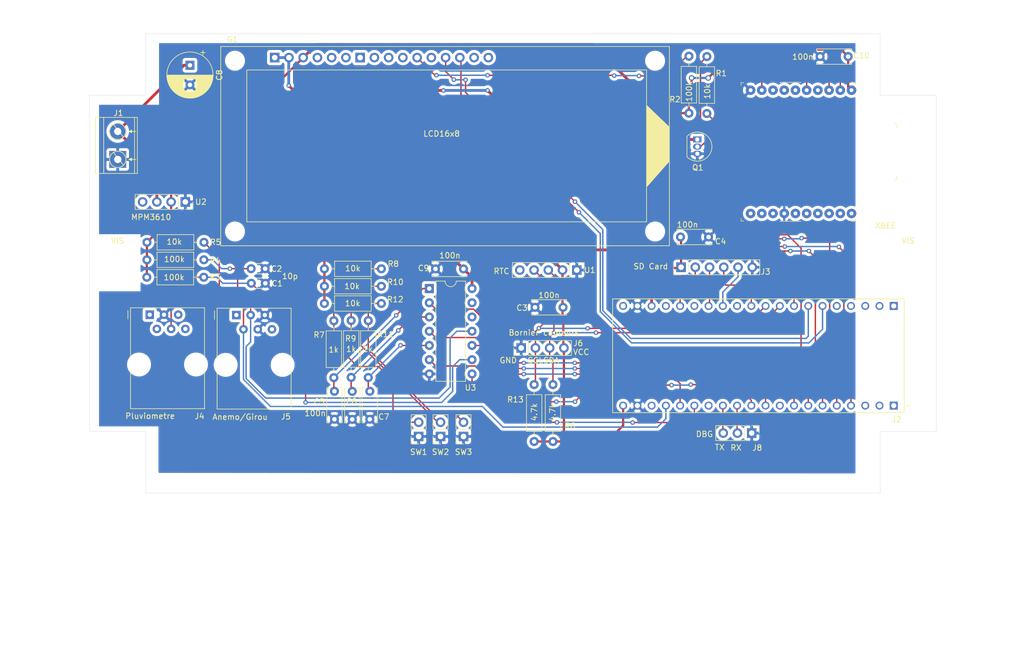
<source format=kicad_pcb>
(kicad_pcb (version 20171130) (host pcbnew 5.1.9+dfsg1-1+deb11u1)
  (layers (0 F.Cu mixed) (31 B.Cu mixed) (34 B.Paste user) (35 F.Paste user) (36 B.SilkS user) (37 F.SilkS user) (38 B.Mask user) (39 F.Mask user) (44 Edge.Cuts user))
  (net 0 "")
  (net 1 /RAIN)
  (net 2 GND)
  (net 3 /SPEED_WIND)
  (net 4 VCC)
  (net 5 "Net-(G1-Pad16)")
  (net 6 "Net-(G1-Pad12)")
  (net 7 "Net-(G1-Pad11)")
  (net 8 "Net-(G1-Pad10)")
  (net 9 "Net-(G1-Pad9)")
  (net 10 "Net-(G1-Pad8)")
  (net 11 "Net-(G1-Pad7)")
  (net 12 "Net-(G1-Pad6)")
  (net 13 "Net-(G1-Pad5)")
  (net 14 "Net-(G1-Pad4)")
  (net 15 "Net-(G1-Pad1)")
  (net 16 /SD_MISO)
  (net 17 /SD_CS)
  (net 18 /SD_CLK)
  (net 19 /SD_MOSI)
  (net 20 "Net-(J2-PadJ2_3)")
  (net 21 "Net-(J2-PadJ2_2)")
  (net 22 "Net-(J2-PadJ2_1)")
  (net 23 "Net-(J2-PadJ2_12)")
  (net 24 "Net-(J2-PadJ2_13)")
  (net 25 /CMD_LCD)
  (net 26 "Net-(J2-PadJ2_18)")
  (net 27 /BTN_3)
  (net 28 /EXT_I2C_SCL)
  (net 29 /EXT_I2C_SDA)
  (net 30 "Net-(J2-PadJ3_5)")
  (net 31 "Net-(J2-PadJ3_4)")
  (net 32 "Net-(J2-PadJ3_3)")
  (net 33 "Net-(J2-PadJ3_2)")
  (net 34 "Net-(J2-PadJ3_1)")
  (net 35 /BTN_1)
  (net 36 /BTN_2)
  (net 37 /DIR_WIND)
  (net 38 "Net-(J2-PadJ3_20)")
  (net 39 "Net-(J4-Pad1)")
  (net 40 "Net-(J4-Pad2)")
  (net 41 "Net-(J4-Pad5)")
  (net 42 "Net-(J4-Pad6)")
  (net 43 "Net-(J5-Pad6)")
  (net 44 "Net-(J5-Pad1)")
  (net 45 "Net-(Q1-Pad2)")
  (net 46 "Net-(U1-Pad5)")
  (net 47 "Net-(U2-Pad4)")
  (net 48 "Net-(G1-Pad15)")
  (net 49 /I2C_LCD_SDA)
  (net 50 /I2C_LCD_SCL)
  (net 51 "Net-(J2-PadJ3_12)")
  (net 52 "Net-(J2-PadJ3_15)")
  (net 53 "Net-(J2-PadJ3_17)")
  (net 54 "Net-(C8-Pad1)")
  (net 55 "Net-(C1-Pad1)")
  (net 56 "Net-(C2-Pad1)")
  (net 57 "Net-(C5-Pad1)")
  (net 58 "Net-(C6-Pad1)")
  (net 59 "Net-(C7-Pad1)")
  (net 60 "Net-(J2-PadJ2_9)")
  (net 61 "Net-(J2-PadJ2_14)")
  (net 62 "Net-(R7-Pad1)")
  (net 63 "Net-(R10-Pad1)")
  (net 64 "Net-(R11-Pad1)")
  (net 65 "Net-(MOD1-Pad4)")
  (net 66 "Net-(MOD1-Pad6)")
  (net 67 "Net-(MOD1-Pad7)")
  (net 68 "Net-(MOD1-Pad8)")
  (net 69 "Net-(MOD1-Pad11)")
  (net 70 "Net-(MOD1-Pad12)")
  (net 71 "Net-(MOD1-Pad13)")
  (net 72 "Net-(MOD1-Pad15)")
  (net 73 "Net-(MOD1-Pad16)")
  (net 74 "Net-(MOD1-Pad17)")
  (net 75 "Net-(MOD1-Pad18)")
  (net 76 "Net-(MOD1-Pad19)")
  (net 77 "Net-(MOD1-Pad20)")
  (net 78 /XBEE_SLEEP_RQ)
  (net 79 /XBEE_UART_RX)
  (net 80 /XBEE_RESET)
  (net 81 /XBEE_UART_TX)
  (module Resistor_THT:R_Axial_DIN0207_L6.3mm_D2.5mm_P10.16mm_Horizontal (layer F.Cu) (at 40.24884 57.24652)
    (fp_text reference R5 (at 12.23264 -0.02794) (layer F.SilkS))
    (fp_text value 10k)
    (pad 1 thru_hole circle (at 0 0) (size 1.6 1.6) (drill 0.8) (layers *.Cu *.Mask) (net 4 VCC))
    (pad 2 thru_hole oval (at 10.16 0) (size 1.6 1.6) (drill 0.8) (layers *.Cu *.Mask) (net 37 /DIR_WIND))
  )
  (module Capacitor_THT:C_Disc_D6.0mm_W2.5mm_P5.00mm (layer F.Cu) (at 114.44986 68.85432 180)
    (fp_text reference C3 (at 7.32028 -0.09652) (layer F.SilkS))
    (fp_text value 100n)
    (pad 1 thru_hole circle (at 0 0 180) (size 1.6 1.6) (drill 0.8) (layers *.Cu *.Mask) (net 4 VCC))
    (pad 2 thru_hole circle (at 5 0 180) (size 1.6 1.6) (drill 0.8) (layers *.Cu *.Mask) (net 2 GND))
  )
  (module MountingHole:MountingHole_3mm (layer F.Cu) (at 176 61)
    (fp_text reference VIS (at 0 -4) (layer F.SilkS))
    (fp_text value MountingHole_3mm)
    (pad 1 np_thru_hole circle (at 0 0) (size 3 3) (drill 3) (layers *.Cu *.Mask))
  )
  (module MountingHole:MountingHole_3mm (layer F.Cu) (at 35 61)
    (fp_text reference VIS (at 0 -4) (layer F.SilkS))
    (fp_text value MountingHole_3mm)
    (pad 1 np_thru_hole circle (at 0 0) (size 3 3) (drill 3) (layers *.Cu *.Mask))
  )
  (module Capacitor_THT:C_Disc_D3.0mm_W1.6mm_P2.50mm (layer F.Cu) (at 58.85688 64.56172)
    (fp_text reference C1 (at 4.6101 0.04064) (layer F.SilkS))
    (fp_text value 10p)
    (pad 1 thru_hole circle (at 0 0) (size 1.6 1.6) (drill 0.8) (layers *.Cu *.Mask) (net 55 "Net-(C1-Pad1)"))
    (pad 2 thru_hole circle (at 2.5 0) (size 1.6 1.6) (drill 0.8) (layers *.Cu *.Mask) (net 2 GND))
  )
  (module Capacitor_THT:C_Disc_D3.0mm_W1.6mm_P2.50mm (layer F.Cu) (at 58.82386 61.95568)
    (fp_text reference C2 (at 4.5339 0.0381) (layer F.SilkS))
    (fp_text value 10p)
    (pad 2 thru_hole circle (at 2.5 0) (size 1.6 1.6) (drill 0.8) (layers *.Cu *.Mask) (net 2 GND))
    (pad 1 thru_hole circle (at 0 0) (size 1.6 1.6) (drill 0.8) (layers *.Cu *.Mask) (net 56 "Net-(C2-Pad1)"))
  )
  (module libs_kicad_me:Bornier_2pts_L10mm_W7.5mm_P5mm (layer F.Cu) (at 35.03 42.46 90)
    (fp_text reference J1 (at 8.27662 0.1287 180) (layer F.SilkS))
    (fp_text value "Bornier Alim")
    (pad 2 thru_hole circle (at 5 0 90) (size 3 3) (drill 1.3) (layers *.Cu *.Mask) (net 54 "Net-(C8-Pad1)"))
    (pad 1 thru_hole rect (at 0 0 90) (size 3 3) (drill 1.3) (layers *.Cu *.Mask) (net 2 GND))
  )
  (module ESP32-PICO-KIT-V4:XCVR_ESP32-PICO-KIT-V4.1 (layer F.Cu) (at 149.3 77.5 180)
    (fp_text reference J2 (at -24.63158 -11.38222) (layer F.SilkS))
    (fp_text value ESP32-PICO-KIT-V4.1)
    (pad J2_10 thru_hole circle (at -1.27 -8.89 180) (size 1.408 1.408) (drill 0.9) (layers *.Cu *.Mask) (net 36 /BTN_2))
    (pad J2_11 thru_hole circle (at 1.27 -8.89 180) (size 1.408 1.408) (drill 0.9) (layers *.Cu *.Mask) (net 27 /BTN_3))
    (pad J2_9 thru_hole circle (at -3.81 -8.89 180) (size 1.408 1.408) (drill 0.9) (layers *.Cu *.Mask) (net 60 "Net-(J2-PadJ2_9)"))
    (pad J2_8 thru_hole circle (at -6.35 -8.89 180) (size 1.408 1.408) (drill 0.9) (layers *.Cu *.Mask) (net 35 /BTN_1))
    (pad J2_7 thru_hole circle (at -8.89 -8.89 180) (size 1.408 1.408) (drill 0.9) (layers *.Cu *.Mask) (net 78 /XBEE_SLEEP_RQ))
    (pad J2_6 thru_hole circle (at -11.43 -8.89 180) (size 1.408 1.408) (drill 0.9) (layers *.Cu *.Mask) (net 79 /XBEE_UART_RX))
    (pad J2_5 thru_hole circle (at -13.97 -8.89 180) (size 1.408 1.408) (drill 0.9) (layers *.Cu *.Mask) (net 80 /XBEE_RESET))
    (pad J2_4 thru_hole circle (at -16.51 -8.89 180) (size 1.408 1.408) (drill 0.9) (layers *.Cu *.Mask) (net 81 /XBEE_UART_TX))
    (pad J2_3 thru_hole circle (at -19.05 -8.89 180) (size 1.408 1.408) (drill 0.9) (layers *.Cu *.Mask) (net 20 "Net-(J2-PadJ2_3)"))
    (pad J2_2 thru_hole circle (at -21.59 -8.89 180) (size 1.408 1.408) (drill 0.9) (layers *.Cu *.Mask) (net 21 "Net-(J2-PadJ2_2)"))
    (pad J2_1 thru_hole rect (at -24.13 -8.89 180) (size 1.408 1.408) (drill 0.9) (layers *.Cu *.Mask) (net 22 "Net-(J2-PadJ2_1)"))
    (pad J2_12 thru_hole circle (at 3.81 -8.89 180) (size 1.408 1.408) (drill 0.9) (layers *.Cu *.Mask) (net 23 "Net-(J2-PadJ2_12)"))
    (pad J2_13 thru_hole circle (at 6.35 -8.89 180) (size 1.408 1.408) (drill 0.9) (layers *.Cu *.Mask) (net 24 "Net-(J2-PadJ2_13)"))
    (pad J2_14 thru_hole circle (at 8.89 -8.89 180) (size 1.408 1.408) (drill 0.9) (layers *.Cu *.Mask) (net 61 "Net-(J2-PadJ2_14)"))
    (pad J2_15 thru_hole circle (at 11.43 -8.89 180) (size 1.408 1.408) (drill 0.9) (layers *.Cu *.Mask) (net 1 /RAIN))
    (pad J2_16 thru_hole circle (at 13.97 -8.89 180) (size 1.408 1.408) (drill 0.9) (layers *.Cu *.Mask) (net 3 /SPEED_WIND))
    (pad J2_17 thru_hole circle (at 16.51 -8.89 180) (size 1.408 1.408) (drill 0.9) (layers *.Cu *.Mask) (net 37 /DIR_WIND))
    (pad J2_18 thru_hole circle (at 19.05 -8.89 180) (size 1.408 1.408) (drill 0.9) (layers *.Cu *.Mask) (net 26 "Net-(J2-PadJ2_18)"))
    (pad J2_19 thru_hole circle (at 21.59 -8.89 180) (size 1.408 1.408) (drill 0.9) (layers *.Cu *.Mask) (net 2 GND))
    (pad J2_20 thru_hole circle (at 24.13 -8.89 180) (size 1.408 1.408) (drill 0.9) (layers *.Cu *.Mask) (net 4 VCC))
    (pad J3_10 thru_hole circle (at -1.27 8.89 180) (size 1.408 1.408) (drill 0.9) (layers *.Cu *.Mask) (net 28 /EXT_I2C_SCL))
    (pad J3_11 thru_hole circle (at 1.27 8.89 180) (size 1.408 1.408) (drill 0.9) (layers *.Cu *.Mask) (net 18 /SD_CLK))
    (pad J3_9 thru_hole circle (at -3.81 8.89 180) (size 1.408 1.408) (drill 0.9) (layers *.Cu *.Mask) (net 29 /EXT_I2C_SDA))
    (pad J3_8 thru_hole circle (at -6.35 8.89 180) (size 1.408 1.408) (drill 0.9) (layers *.Cu *.Mask) (net 25 /CMD_LCD))
    (pad J3_7 thru_hole circle (at -8.89 8.89 180) (size 1.408 1.408) (drill 0.9) (layers *.Cu *.Mask) (net 50 /I2C_LCD_SCL))
    (pad J3_6 thru_hole circle (at -11.43 8.89 180) (size 1.408 1.408) (drill 0.9) (layers *.Cu *.Mask) (net 49 /I2C_LCD_SDA))
    (pad J3_5 thru_hole circle (at -13.97 8.89 180) (size 1.408 1.408) (drill 0.9) (layers *.Cu *.Mask) (net 30 "Net-(J2-PadJ3_5)"))
    (pad J3_4 thru_hole circle (at -16.51 8.89 180) (size 1.408 1.408) (drill 0.9) (layers *.Cu *.Mask) (net 31 "Net-(J2-PadJ3_4)"))
    (pad J3_3 thru_hole circle (at -19.05 8.89 180) (size 1.408 1.408) (drill 0.9) (layers *.Cu *.Mask) (net 32 "Net-(J2-PadJ3_3)"))
    (pad J3_2 thru_hole circle (at -21.59 8.89 180) (size 1.408 1.408) (drill 0.9) (layers *.Cu *.Mask) (net 33 "Net-(J2-PadJ3_2)"))
    (pad J3_1 thru_hole rect (at -24.13 8.89 180) (size 1.408 1.408) (drill 0.9) (layers *.Cu *.Mask) (net 34 "Net-(J2-PadJ3_1)"))
    (pad J3_12 thru_hole circle (at 3.81 8.89 180) (size 1.408 1.408) (drill 0.9) (layers *.Cu *.Mask) (net 51 "Net-(J2-PadJ3_12)"))
    (pad J3_13 thru_hole circle (at 6.35 8.89 180) (size 1.408 1.408) (drill 0.9) (layers *.Cu *.Mask) (net 16 /SD_MISO))
    (pad J3_14 thru_hole circle (at 8.89 8.89 180) (size 1.408 1.408) (drill 0.9) (layers *.Cu *.Mask) (net 19 /SD_MOSI))
    (pad J3_15 thru_hole circle (at 11.43 8.89 180) (size 1.408 1.408) (drill 0.9) (layers *.Cu *.Mask) (net 52 "Net-(J2-PadJ3_15)"))
    (pad J3_16 thru_hole circle (at 13.97 8.89 180) (size 1.408 1.408) (drill 0.9) (layers *.Cu *.Mask) (net 17 /SD_CS))
    (pad J3_17 thru_hole circle (at 16.51 8.89 180) (size 1.408 1.408) (drill 0.9) (layers *.Cu *.Mask) (net 53 "Net-(J2-PadJ3_17)"))
    (pad J3_18 thru_hole circle (at 19.05 8.89 180) (size 1.408 1.408) (drill 0.9) (layers *.Cu *.Mask) (net 4 VCC))
    (pad J3_19 thru_hole circle (at 21.59 8.89 180) (size 1.408 1.408) (drill 0.9) (layers *.Cu *.Mask) (net 2 GND))
    (pad J3_20 thru_hole circle (at 24.13 8.89 180) (size 1.408 1.408) (drill 0.9) (layers *.Cu *.Mask) (net 38 "Net-(J2-PadJ3_20)"))
  )
  (module Connector_PinHeader_2.54mm:PinHeader_1x06_P2.54mm_Vertical (layer F.Cu) (at 135.5 61.7 90)
    (fp_text reference J3 (at -0.7967 15.06866 180) (layer F.SilkS))
    (fp_text value SD_Card)
    (pad 1 thru_hole rect (at 0 0 90) (size 1.7 1.7) (drill 1) (layers *.Cu *.Mask) (net 4 VCC))
    (pad 2 thru_hole oval (at 0 2.54 90) (size 1.7 1.7) (drill 1) (layers *.Cu *.Mask) (net 17 /SD_CS))
    (pad 3 thru_hole oval (at 0 5.08 90) (size 1.7 1.7) (drill 1) (layers *.Cu *.Mask) (net 19 /SD_MOSI))
    (pad 4 thru_hole oval (at 0 7.62 90) (size 1.7 1.7) (drill 1) (layers *.Cu *.Mask) (net 18 /SD_CLK))
    (pad 5 thru_hole oval (at 0 10.16 90) (size 1.7 1.7) (drill 1) (layers *.Cu *.Mask) (net 16 /SD_MISO))
    (pad 6 thru_hole oval (at 0 12.7 90) (size 1.7 1.7) (drill 1) (layers *.Cu *.Mask) (net 2 GND))
  )
  (module Connector_PinHeader_2.54mm:PinHeader_1x04_P2.54mm_Vertical (layer F.Cu) (at 106.98734 76.10602 90)
    (fp_text reference J6 (at 0.84074 10.16254 180) (layer F.SilkS))
    (fp_text value "Bornier Capteurs")
    (pad 1 thru_hole rect (at 0 0 90) (size 1.7 1.7) (drill 1) (layers *.Cu *.Mask) (net 2 GND))
    (pad 2 thru_hole oval (at 0 2.54 90) (size 1.7 1.7) (drill 1) (layers *.Cu *.Mask) (net 28 /EXT_I2C_SCL))
    (pad 3 thru_hole oval (at 0 5.08 90) (size 1.7 1.7) (drill 1) (layers *.Cu *.Mask) (net 29 /EXT_I2C_SDA))
    (pad 4 thru_hole oval (at 0 7.62 90) (size 1.7 1.7) (drill 1) (layers *.Cu *.Mask) (net 4 VCC))
  )
  (module Package_TO_SOT_THT:TO-92_Inline (layer F.Cu) (at 138.4 38.9 270)
    (fp_text reference Q1 (at 5.01406 -0.08334 180) (layer F.SilkS))
    (fp_text value BS170)
    (pad 2 thru_hole oval (at 1.27 0 270) (size 1.05 1.5) (drill 0.75) (layers *.Cu *.Mask) (net 45 "Net-(Q1-Pad2)"))
    (pad 3 thru_hole oval (at 2.54 0 270) (size 1.05 1.5) (drill 0.75) (layers *.Cu *.Mask) (net 2 GND))
    (pad 1 thru_hole rect (at 0 0 270) (size 1.05 1.5) (drill 0.75) (layers *.Cu *.Mask) (net 15 "Net-(G1-Pad1)"))
  )
  (module Resistor_THT:R_Axial_DIN0207_L6.3mm_D2.5mm_P10.16mm_Horizontal (layer F.Cu) (at 140.1 24.1 270)
    (fp_text reference R1 (at 2.98402 -2.56672 180) (layer F.SilkS))
    (fp_text value 10k)
    (pad 2 thru_hole oval (at 10.16 0 270) (size 1.6 1.6) (drill 0.8) (layers *.Cu *.Mask) (net 25 /CMD_LCD))
    (pad 1 thru_hole circle (at 0 0 270) (size 1.6 1.6) (drill 0.8) (layers *.Cu *.Mask) (net 45 "Net-(Q1-Pad2)"))
  )
  (module Resistor_THT:R_Axial_DIN0207_L6.3mm_D2.5mm_P10.16mm_Horizontal (layer F.Cu) (at 136.9 34.2 90)
    (fp_text reference R2 (at 2.45762 -2.49082 180) (layer F.SilkS))
    (fp_text value 100k)
    (pad 1 thru_hole circle (at 0 0 90) (size 1.6 1.6) (drill 0.8) (layers *.Cu *.Mask) (net 4 VCC))
    (pad 2 thru_hole oval (at 10.16 0 90) (size 1.6 1.6) (drill 0.8) (layers *.Cu *.Mask) (net 7 "Net-(G1-Pad11)"))
  )
  (module Resistor_THT:R_Axial_DIN0207_L6.3mm_D2.5mm_P10.16mm_Horizontal (layer F.Cu) (at 40.21582 63.47968)
    (fp_text reference R3 (at 12.16914 -0.04064) (layer F.SilkS))
    (fp_text value 100k)
    (pad 2 thru_hole oval (at 10.16 0) (size 1.6 1.6) (drill 0.8) (layers *.Cu *.Mask) (net 55 "Net-(C1-Pad1)"))
    (pad 1 thru_hole circle (at 0 0) (size 1.6 1.6) (drill 0.8) (layers *.Cu *.Mask) (net 4 VCC))
  )
  (module Resistor_THT:R_Axial_DIN0207_L6.3mm_D2.5mm_P10.16mm_Horizontal (layer F.Cu) (at 40.2336 60.37326)
    (fp_text reference R4 (at 12.21486 0.16002) (layer F.SilkS))
    (fp_text value 100k)
    (pad 2 thru_hole oval (at 10.16 0) (size 1.6 1.6) (drill 0.8) (layers *.Cu *.Mask) (net 56 "Net-(C2-Pad1)"))
    (pad 1 thru_hole circle (at 0 0) (size 1.6 1.6) (drill 0.8) (layers *.Cu *.Mask) (net 4 VCC))
  )
  (module Connector_PinSocket_2.54mm:PinSocket_1x02_P2.54mm_Vertical (layer F.Cu) (at 88.7 91.9 180)
    (fp_text reference SW1 (at 0 -2.77) (layer F.SilkS))
    (fp_text value SW_Push)
    (pad 2 thru_hole oval (at 0 2.54 180) (size 1.7 1.7) (drill 1) (layers *.Cu *.Mask) (net 62 "Net-(R7-Pad1)"))
    (pad 1 thru_hole rect (at 0 0 180) (size 1.7 1.7) (drill 1) (layers *.Cu *.Mask) (net 2 GND))
  )
  (module Connector_PinSocket_2.54mm:PinSocket_1x02_P2.54mm_Vertical (layer F.Cu) (at 92.6 91.9 180)
    (fp_text reference SW2 (at 0 -2.77) (layer F.SilkS))
    (fp_text value SW_Push)
    (pad 1 thru_hole rect (at 0 0 180) (size 1.7 1.7) (drill 1) (layers *.Cu *.Mask) (net 2 GND))
    (pad 2 thru_hole oval (at 0 2.54 180) (size 1.7 1.7) (drill 1) (layers *.Cu *.Mask) (net 63 "Net-(R10-Pad1)"))
  )
  (module Connector_PinSocket_2.54mm:PinSocket_1x02_P2.54mm_Vertical (layer F.Cu) (at 96.7 91.9 180)
    (fp_text reference SW3 (at 0 -2.77) (layer F.SilkS))
    (fp_text value SW_Push)
    (pad 2 thru_hole oval (at 0 2.54 180) (size 1.7 1.7) (drill 1) (layers *.Cu *.Mask) (net 64 "Net-(R11-Pad1)"))
    (pad 1 thru_hole rect (at 0 0 180) (size 1.7 1.7) (drill 1) (layers *.Cu *.Mask) (net 2 GND))
  )
  (module Connector_PinHeader_2.54mm:PinHeader_1x05_P2.54mm_Vertical (layer F.Cu) (at 116.9 62.2 270)
    (fp_text reference U1 (at 0 -2.33 180) (layer F.SilkS))
    (fp_text value RTC)
    (pad 1 thru_hole rect (at 0 0 270) (size 1.7 1.7) (drill 1) (layers *.Cu *.Mask) (net 2 GND))
    (pad 2 thru_hole oval (at 0 2.54 270) (size 1.7 1.7) (drill 1) (layers *.Cu *.Mask) (net 4 VCC))
    (pad 3 thru_hole oval (at 0 5.08 270) (size 1.7 1.7) (drill 1) (layers *.Cu *.Mask) (net 29 /EXT_I2C_SDA))
    (pad 4 thru_hole oval (at 0 7.62 270) (size 1.7 1.7) (drill 1) (layers *.Cu *.Mask) (net 28 /EXT_I2C_SCL))
    (pad 5 thru_hole oval (at 0 10.16 270) (size 1.7 1.7) (drill 1) (layers *.Cu *.Mask) (net 46 "Net-(U1-Pad5)"))
  )
  (module Connector_PinSocket_2.54mm:PinSocket_1x04_P2.54mm_Vertical (layer F.Cu) (at 47.09 50.04 270)
    (fp_text reference U2 (at 0 -2.77 180) (layer F.SilkS))
    (fp_text value MPM3610_Breakout)
    (pad 1 thru_hole rect (at 0 0 270) (size 1.7 1.7) (drill 1) (layers *.Cu *.Mask) (net 2 GND))
    (pad 2 thru_hole oval (at 0 2.54 270) (size 1.7 1.7) (drill 1) (layers *.Cu *.Mask) (net 4 VCC))
    (pad 3 thru_hole oval (at 0 5.08 270) (size 1.7 1.7) (drill 1) (layers *.Cu *.Mask) (net 54 "Net-(C8-Pad1)"))
    (pad 4 thru_hole oval (at 0 7.62 270) (size 1.7 1.7) (drill 1) (layers *.Cu *.Mask) (net 47 "Net-(U2-Pad4)"))
  )
  (module Connector_PinHeader_2.54mm:PinHeader_1x03_P2.54mm_Vertical (layer F.Cu) (at 148.1 91.3 270)
    (fp_text reference J8 (at 2.63682 -0.9853 180) (layer F.SilkS))
    (fp_text value Debug_link)
    (pad 1 thru_hole rect (at 0 0 270) (size 1.7 1.7) (drill 1) (layers *.Cu *.Mask) (net 2 GND))
    (pad 2 thru_hole oval (at 0 2.54 270) (size 1.7 1.7) (drill 1) (layers *.Cu *.Mask) (net 23 "Net-(J2-PadJ2_12)"))
    (pad 3 thru_hole oval (at 0 5.08 270) (size 1.7 1.7) (drill 1) (layers *.Cu *.Mask) (net 24 "Net-(J2-PadJ2_13)"))
  )
  (module Resistor_THT:R_Axial_DIN0207_L6.3mm_D2.5mm_P10.16mm_Horizontal (layer F.Cu) (at 73.57618 71.24954 270)
    (fp_text reference R7 (at 2.52984 2.62382 180) (layer F.SilkS))
    (fp_text value 1k)
    (pad 1 thru_hole circle (at 0 0 270) (size 1.6 1.6) (drill 0.8) (layers *.Cu *.Mask) (net 62 "Net-(R7-Pad1)"))
    (pad 2 thru_hole oval (at 10.16 0 270) (size 1.6 1.6) (drill 0.8) (layers *.Cu *.Mask) (net 57 "Net-(C5-Pad1)"))
  )
  (module Resistor_THT:R_Axial_DIN0207_L6.3mm_D2.5mm_P10.16mm_Horizontal (layer F.Cu) (at 82.04962 61.97854 180)
    (fp_text reference R8 (at -2.13106 0.87376) (layer F.SilkS))
    (fp_text value 10k)
    (pad 2 thru_hole oval (at 10.16 0 180) (size 1.6 1.6) (drill 0.8) (layers *.Cu *.Mask) (net 4 VCC))
    (pad 1 thru_hole circle (at 0 0 180) (size 1.6 1.6) (drill 0.8) (layers *.Cu *.Mask) (net 62 "Net-(R7-Pad1)"))
  )
  (module Resistor_THT:R_Axial_DIN0207_L6.3mm_D2.5mm_P10.16mm_Horizontal (layer F.Cu) (at 76.66482 71.20382 270)
    (fp_text reference R9 (at 3.22326 0.09144 180) (layer F.SilkS))
    (fp_text value 1k)
    (pad 1 thru_hole circle (at 0 0 270) (size 1.6 1.6) (drill 0.8) (layers *.Cu *.Mask) (net 63 "Net-(R10-Pad1)"))
    (pad 2 thru_hole oval (at 10.16 0 270) (size 1.6 1.6) (drill 0.8) (layers *.Cu *.Mask) (net 58 "Net-(C6-Pad1)"))
  )
  (module Resistor_THT:R_Axial_DIN0207_L6.3mm_D2.5mm_P10.16mm_Horizontal (layer F.Cu) (at 82.04962 65.09258 180)
    (fp_text reference R10 (at -2.49936 0.75184) (layer F.SilkS))
    (fp_text value 10k)
    (pad 2 thru_hole oval (at 10.16 0 180) (size 1.6 1.6) (drill 0.8) (layers *.Cu *.Mask) (net 4 VCC))
    (pad 1 thru_hole circle (at 0 0 180) (size 1.6 1.6) (drill 0.8) (layers *.Cu *.Mask) (net 63 "Net-(R10-Pad1)"))
  )
  (module Resistor_THT:R_Axial_DIN0207_L6.3mm_D2.5mm_P10.16mm_Horizontal (layer F.Cu) (at 79.71536 71.22668 270)
    (fp_text reference R11 (at 2.44856 -3.0734 180) (layer F.SilkS))
    (fp_text value 1k)
    (pad 1 thru_hole circle (at 0 0 270) (size 1.6 1.6) (drill 0.8) (layers *.Cu *.Mask) (net 64 "Net-(R11-Pad1)"))
    (pad 2 thru_hole oval (at 10.16 0 270) (size 1.6 1.6) (drill 0.8) (layers *.Cu *.Mask) (net 59 "Net-(C7-Pad1)"))
  )
  (module Resistor_THT:R_Axial_DIN0207_L6.3mm_D2.5mm_P10.16mm_Horizontal (layer F.Cu) (at 82.04962 68.16852 180)
    (fp_text reference R12 (at -2.47396 0.7239) (layer F.SilkS))
    (fp_text value 10k)
    (pad 2 thru_hole oval (at 10.16 0 180) (size 1.6 1.6) (drill 0.8) (layers *.Cu *.Mask) (net 4 VCC))
    (pad 1 thru_hole circle (at 0 0 180) (size 1.6 1.6) (drill 0.8) (layers *.Cu *.Mask) (net 64 "Net-(R11-Pad1)"))
  )
  (module Capacitor_THT:C_Disc_D6.0mm_W2.5mm_P5.00mm (layer F.Cu) (at 135.4 56.3)
    (fp_text reference C4 (at 7.14988 0.79666) (layer F.SilkS))
    (fp_text value 100n)
    (pad 1 thru_hole circle (at 0 0) (size 1.6 1.6) (drill 0.8) (layers *.Cu *.Mask) (net 4 VCC))
    (pad 2 thru_hole circle (at 5 0) (size 1.6 1.6) (drill 0.8) (layers *.Cu *.Mask) (net 2 GND))
  )
  (module Capacitor_THT:C_Disc_D6.0mm_W2.5mm_P5.00mm (layer F.Cu) (at 73.67778 83.8327 270)
    (fp_text reference C5 (at 1.87452 2.71526 180) (layer F.SilkS))
    (fp_text value 100n)
    (pad 2 thru_hole circle (at 5 0 270) (size 1.6 1.6) (drill 0.8) (layers *.Cu *.Mask) (net 2 GND))
    (pad 1 thru_hole circle (at 0 0 270) (size 1.6 1.6) (drill 0.8) (layers *.Cu *.Mask) (net 57 "Net-(C5-Pad1)"))
  )
  (module Capacitor_THT:C_Disc_D6.0mm_W2.5mm_P5.00mm (layer F.Cu) (at 76.8604 83.85302 270)
    (fp_text reference C6 (at 1.7653 0.13716 180) (layer F.SilkS))
    (fp_text value 100n)
    (pad 1 thru_hole circle (at 0 0 270) (size 1.6 1.6) (drill 0.8) (layers *.Cu *.Mask) (net 58 "Net-(C6-Pad1)"))
    (pad 2 thru_hole circle (at 5 0 270) (size 1.6 1.6) (drill 0.8) (layers *.Cu *.Mask) (net 2 GND))
  )
  (module Capacitor_THT:C_Disc_D6.0mm_W2.5mm_P5.00mm (layer F.Cu) (at 79.99222 83.8327 270)
    (fp_text reference C7 (at 4.55676 -2.49174 180) (layer F.SilkS))
    (fp_text value 100n)
    (pad 2 thru_hole circle (at 5 0 270) (size 1.6 1.6) (drill 0.8) (layers *.Cu *.Mask) (net 2 GND))
    (pad 1 thru_hole circle (at 0 0 270) (size 1.6 1.6) (drill 0.8) (layers *.Cu *.Mask) (net 59 "Net-(C7-Pad1)"))
  )
  (module libs_kicad_me:SerLCD16x8Sparkfun (layer F.Cu) (at 53.4 22.3)
    (fp_text reference G1 (at 2.1082 -1.27) (layer F.SilkS))
    (fp_text value SerLCD16x8)
    (fp_text user LCD16x8 (at 39.3954 15.5702) (layer F.SilkS))
    (pad "" np_thru_hole circle (at 2.54 2.54) (size 2.54 2.54) (drill 2.54) (layers *.Cu *.Mask))
    (pad "" np_thru_hole circle (at 2.54 33.02) (size 2.54 2.54) (drill 2.54) (layers *.Cu *.Mask))
    (pad "" np_thru_hole circle (at 77.47 33.02) (size 2.54 2.54) (drill 2.54) (layers *.Cu *.Mask))
    (pad "" np_thru_hole circle (at 77.47 2.54) (size 2.54 2.54) (drill 2.54) (layers *.Cu *.Mask))
    (pad 16 thru_hole circle (at 47.7266 1.9812) (size 1.7 1.7) (drill 1) (layers *.Cu *.Mask) (net 5 "Net-(G1-Pad16)"))
    (pad 15 thru_hole circle (at 45.1866 1.9812) (size 1.7 1.7) (drill 1) (layers *.Cu *.Mask) (net 48 "Net-(G1-Pad15)"))
    (pad 14 thru_hole circle (at 42.6466 1.9812) (size 1.7 1.7) (drill 1) (layers *.Cu *.Mask) (net 49 /I2C_LCD_SDA))
    (pad 13 thru_hole circle (at 40.1066 1.9812) (size 1.7 1.7) (drill 1) (layers *.Cu *.Mask) (net 50 /I2C_LCD_SCL))
    (pad 12 thru_hole circle (at 37.5666 1.9812) (size 1.7 1.7) (drill 1) (layers *.Cu *.Mask) (net 6 "Net-(G1-Pad12)"))
    (pad 11 thru_hole circle (at 35.0266 1.9812) (size 1.7 1.7) (drill 1) (layers *.Cu *.Mask) (net 7 "Net-(G1-Pad11)"))
    (pad 10 thru_hole circle (at 32.4866 1.9812) (size 1.7 1.7) (drill 1) (layers *.Cu *.Mask) (net 8 "Net-(G1-Pad10)"))
    (pad 9 thru_hole circle (at 29.9466 1.9812) (size 1.7 1.7) (drill 1) (layers *.Cu *.Mask) (net 9 "Net-(G1-Pad9)"))
    (pad 8 thru_hole circle (at 27.4066 1.9812) (size 1.7 1.7) (drill 1) (layers *.Cu *.Mask) (net 10 "Net-(G1-Pad8)"))
    (pad 7 thru_hole rect (at 24.8666 1.9812) (size 1.7 1.7) (drill 1) (layers *.Cu *.Mask) (net 11 "Net-(G1-Pad7)"))
    (pad 6 thru_hole circle (at 22.3266 1.9812) (size 1.7 1.7) (drill 1) (layers *.Cu *.Mask) (net 12 "Net-(G1-Pad6)"))
    (pad 5 thru_hole circle (at 19.7866 1.9812) (size 1.7 1.7) (drill 1) (layers *.Cu *.Mask) (net 13 "Net-(G1-Pad5)"))
    (pad 4 thru_hole circle (at 17.2466 1.9812) (size 1.7 1.7) (drill 1) (layers *.Cu *.Mask) (net 14 "Net-(G1-Pad4)"))
    (pad 3 thru_hole circle (at 14.7066 1.9812) (size 1.7 1.7) (drill 1) (layers *.Cu *.Mask) (net 4 VCC))
    (pad 2 thru_hole circle (at 12.1666 1.9812) (size 1.7 1.7) (drill 1) (layers *.Cu *.Mask) (net 15 "Net-(G1-Pad1)"))
    (pad 1 thru_hole rect (at 9.6266 1.9812) (size 1.7 1.7) (drill 1) (layers *.Cu *.Mask) (net 15 "Net-(G1-Pad1)"))
  )
  (module Resistor_THT:R_Axial_DIN0207_L6.3mm_D2.5mm_P10.16mm_Horizontal (layer F.Cu) (at 112.65 92.8 90)
    (fp_text reference R6 (at 2.75446 3.04192 180) (layer F.SilkS))
    (fp_text value 4.7k)
    (pad 2 thru_hole oval (at 10.16 0 90) (size 1.6 1.6) (drill 0.8) (layers *.Cu *.Mask) (net 29 /EXT_I2C_SDA))
    (pad 1 thru_hole circle (at 0 0 90) (size 1.6 1.6) (drill 0.8) (layers *.Cu *.Mask) (net 4 VCC))
  )
  (module Resistor_THT:R_Axial_DIN0207_L6.3mm_D2.5mm_P10.16mm_Horizontal (layer F.Cu) (at 109.3 92.8 90)
    (fp_text reference R13 (at 7.4814 -3.33882 180) (layer F.SilkS))
    (fp_text value 4.7k)
    (pad 1 thru_hole circle (at 0 0 90) (size 1.6 1.6) (drill 0.8) (layers *.Cu *.Mask) (net 4 VCC))
    (pad 2 thru_hole oval (at 10.16 0 90) (size 1.6 1.6) (drill 0.8) (layers *.Cu *.Mask) (net 28 /EXT_I2C_SCL))
  )
  (module Capacitor_THT:CP_Radial_D8.0mm_P3.50mm (layer F.Cu) (at 47.91 25.65 270)
    (fp_text reference C8 (at 1.75 -5.25 90) (layer F.SilkS))
    (fp_text value 100u)
    (pad 1 thru_hole rect (at 0 0 270) (size 1.6 1.6) (drill 0.8) (layers *.Cu *.Mask) (net 54 "Net-(C8-Pad1)"))
    (pad 2 thru_hole circle (at 3.5 0 270) (size 1.6 1.6) (drill 0.8) (layers *.Cu *.Mask) (net 2 GND))
  )
  (module Capacitor_THT:C_Disc_D6.0mm_W2.5mm_P5.00mm (layer F.Cu) (at 96.7 62 180)
    (fp_text reference C9 (at 7.13452 0.14084) (layer F.SilkS))
    (fp_text value 100n)
    (pad 1 thru_hole circle (at 0 0 180) (size 1.6 1.6) (drill 0.8) (layers *.Cu *.Mask) (net 4 VCC))
    (pad 2 thru_hole circle (at 5 0 180) (size 1.6 1.6) (drill 0.8) (layers *.Cu *.Mask) (net 2 GND))
  )
  (module Package_DIP:DIP-14_W7.62mm (layer F.Cu) (at 90.6 65.5)
    (fp_text reference U3 (at 7.34748 17.69262) (layer F.SilkS))
    (fp_text value 74HC14)
    (pad 1 thru_hole rect (at 0 0) (size 1.6 1.6) (drill 0.8) (layers *.Cu *.Mask) (net 57 "Net-(C5-Pad1)"))
    (pad 8 thru_hole oval (at 7.62 15.24) (size 1.6 1.6) (drill 0.8) (layers *.Cu *.Mask) (net 1 /RAIN))
    (pad 2 thru_hole oval (at 0 2.54) (size 1.6 1.6) (drill 0.8) (layers *.Cu *.Mask) (net 35 /BTN_1))
    (pad 9 thru_hole oval (at 7.62 12.7) (size 1.6 1.6) (drill 0.8) (layers *.Cu *.Mask) (net 55 "Net-(C1-Pad1)"))
    (pad 3 thru_hole oval (at 0 5.08) (size 1.6 1.6) (drill 0.8) (layers *.Cu *.Mask) (net 58 "Net-(C6-Pad1)"))
    (pad 10 thru_hole oval (at 7.62 10.16) (size 1.6 1.6) (drill 0.8) (layers *.Cu *.Mask) (net 3 /SPEED_WIND))
    (pad 4 thru_hole oval (at 0 7.62) (size 1.6 1.6) (drill 0.8) (layers *.Cu *.Mask) (net 36 /BTN_2))
    (pad 11 thru_hole oval (at 7.62 7.62) (size 1.6 1.6) (drill 0.8) (layers *.Cu *.Mask) (net 56 "Net-(C2-Pad1)"))
    (pad 5 thru_hole oval (at 0 10.16) (size 1.6 1.6) (drill 0.8) (layers *.Cu *.Mask) (net 59 "Net-(C7-Pad1)"))
    (pad 12 thru_hole oval (at 7.62 5.08) (size 1.6 1.6) (drill 0.8) (layers *.Cu *.Mask))
    (pad 6 thru_hole oval (at 0 12.7) (size 1.6 1.6) (drill 0.8) (layers *.Cu *.Mask) (net 27 /BTN_3))
    (pad 13 thru_hole oval (at 7.62 2.54) (size 1.6 1.6) (drill 0.8) (layers *.Cu *.Mask))
    (pad 7 thru_hole oval (at 0 15.24) (size 1.6 1.6) (drill 0.8) (layers *.Cu *.Mask) (net 2 GND))
    (pad 14 thru_hole oval (at 7.62 0) (size 1.6 1.6) (drill 0.8) (layers *.Cu *.Mask) (net 4 VCC))
  )
  (module digikey-footprints:XBEE-20_THT (layer F.Cu) (at 156.9 41.1 270)
    (fp_text reference XBEE (at 13.18234 -15.06308 180) (layer F.SilkS))
    (fp_text value XBEE)
    (pad 1 thru_hole circle (at -11 -9 270) (size 1.7 1.7) (drill 0.7) (layers *.Cu *.Mask) (net 4 VCC))
    (pad 2 thru_hole circle (at -11 -7 270) (size 1.7 1.7) (drill 0.7) (layers *.Cu *.Mask) (net 79 /XBEE_UART_RX))
    (pad 3 thru_hole circle (at -11 -5 270) (size 1.7 1.7) (drill 0.7) (layers *.Cu *.Mask) (net 81 /XBEE_UART_TX))
    (pad 4 thru_hole circle (at -11 -3 270) (size 1.7 1.7) (drill 0.7) (layers *.Cu *.Mask) (net 65 "Net-(MOD1-Pad4)"))
    (pad 5 thru_hole circle (at -11 -1 270) (size 1.7 1.7) (drill 0.7) (layers *.Cu *.Mask) (net 80 /XBEE_RESET))
    (pad 6 thru_hole circle (at -11 1 270) (size 1.7 1.7) (drill 0.7) (layers *.Cu *.Mask) (net 66 "Net-(MOD1-Pad6)"))
    (pad 7 thru_hole circle (at -11 3 270) (size 1.7 1.7) (drill 0.7) (layers *.Cu *.Mask) (net 67 "Net-(MOD1-Pad7)"))
    (pad 8 thru_hole circle (at -11 5 270) (size 1.7 1.7) (drill 0.7) (layers *.Cu *.Mask) (net 68 "Net-(MOD1-Pad8)"))
    (pad 9 thru_hole circle (at -11 7 270) (size 1.7 1.7) (drill 0.7) (layers *.Cu *.Mask) (net 78 /XBEE_SLEEP_RQ))
    (pad 10 thru_hole circle (at -11 9 270) (size 1.7 1.7) (drill 0.7) (layers *.Cu *.Mask) (net 2 GND))
    (pad 11 thru_hole circle (at 11 9 270) (size 1.7 1.7) (drill 0.7) (layers *.Cu *.Mask) (net 69 "Net-(MOD1-Pad11)"))
    (pad 12 thru_hole circle (at 11 7 270) (size 1.7 1.7) (drill 0.7) (layers *.Cu *.Mask) (net 70 "Net-(MOD1-Pad12)"))
    (pad 13 thru_hole circle (at 11 5 270) (size 1.7 1.7) (drill 0.7) (layers *.Cu *.Mask) (net 71 "Net-(MOD1-Pad13)"))
    (pad 14 thru_hole circle (at 11 3 270) (size 1.7 1.7) (drill 0.7) (layers *.Cu *.Mask) (net 2 GND))
    (pad 15 thru_hole circle (at 11 1 270) (size 1.7 1.7) (drill 0.7) (layers *.Cu *.Mask) (net 72 "Net-(MOD1-Pad15)"))
    (pad 16 thru_hole circle (at 11 -1 270) (size 1.7 1.7) (drill 0.7) (layers *.Cu *.Mask) (net 73 "Net-(MOD1-Pad16)"))
    (pad 17 thru_hole circle (at 11 -3 270) (size 1.7 1.7) (drill 0.7) (layers *.Cu *.Mask) (net 74 "Net-(MOD1-Pad17)"))
    (pad 18 thru_hole circle (at 11 -5 270) (size 1.7 1.7) (drill 0.7) (layers *.Cu *.Mask) (net 75 "Net-(MOD1-Pad18)"))
    (pad 19 thru_hole circle (at 11 -7 270) (size 1.7 1.7) (drill 0.7) (layers *.Cu *.Mask) (net 76 "Net-(MOD1-Pad19)"))
    (pad 20 thru_hole circle (at 11 -9 270) (size 1.7 1.7) (drill 0.7) (layers *.Cu *.Mask) (net 77 "Net-(MOD1-Pad20)"))
  )
  (module Capacitor_THT:C_Disc_D6.0mm_W2.5mm_P5.00mm (layer F.Cu) (at 165.3 24.1 180)
    (fp_text reference C10 (at -2.3781 0.16812) (layer F.SilkS))
    (fp_text value 100n)
    (pad 1 thru_hole circle (at 0 0 180) (size 1.6 1.6) (drill 0.8) (layers *.Cu *.Mask) (net 4 VCC))
    (pad 2 thru_hole circle (at 5 0 180) (size 1.6 1.6) (drill 0.8) (layers *.Cu *.Mask) (net 2 GND))
  )
  (module Connector_RJ:RJ12_Amphenol_54601 (layer F.Cu) (at 40.7416 70.17004)
    (fp_text reference J4 (at 8.89 18.12544) (layer F.SilkS))
    (fp_text value Pluviometre)
    (pad 1 thru_hole rect (at 0 0) (size 1.52 1.52) (drill 0.76) (layers *.Cu *.Mask) (net 39 "Net-(J4-Pad1)"))
    (pad "" np_thru_hole circle (at -1.91 8.89) (size 3.25 3.25) (drill 3.25) (layers *.Cu *.Mask))
    (pad 2 thru_hole circle (at 1.27 2.54) (size 1.52 1.52) (drill 0.76) (layers *.Cu *.Mask) (net 40 "Net-(J4-Pad2)"))
    (pad 3 thru_hole circle (at 2.54 0) (size 1.52 1.52) (drill 0.76) (layers *.Cu *.Mask) (net 2 GND))
    (pad 4 thru_hole circle (at 3.81 2.54) (size 1.52 1.52) (drill 0.76) (layers *.Cu *.Mask) (net 55 "Net-(C1-Pad1)"))
    (pad 5 thru_hole circle (at 5.08 0) (size 1.52 1.52) (drill 0.76) (layers *.Cu *.Mask) (net 41 "Net-(J4-Pad5)"))
    (pad 6 thru_hole circle (at 6.35 2.54) (size 1.52 1.52) (drill 0.76) (layers *.Cu *.Mask) (net 42 "Net-(J4-Pad6)"))
    (pad "" np_thru_hole circle (at 8.25 8.89) (size 3.25 3.25) (drill 3.25) (layers *.Cu *.Mask))
  )
  (module Connector_RJ:RJ12_Amphenol_54601 (layer F.Cu) (at 56.18988 70.23354)
    (fp_text reference J5 (at 8.82396 18.1356) (layer F.SilkS))
    (fp_text value Aneno/Girou)
    (pad "" np_thru_hole circle (at 8.25 8.89) (size 3.25 3.25) (drill 3.25) (layers *.Cu *.Mask))
    (pad 6 thru_hole circle (at 6.35 2.54) (size 1.52 1.52) (drill 0.76) (layers *.Cu *.Mask) (net 43 "Net-(J5-Pad6)"))
    (pad 5 thru_hole circle (at 5.08 0) (size 1.52 1.52) (drill 0.76) (layers *.Cu *.Mask) (net 2 GND))
    (pad 4 thru_hole circle (at 3.81 2.54) (size 1.52 1.52) (drill 0.76) (layers *.Cu *.Mask) (net 2 GND))
    (pad 3 thru_hole circle (at 2.54 0) (size 1.52 1.52) (drill 0.76) (layers *.Cu *.Mask) (net 56 "Net-(C2-Pad1)"))
    (pad 2 thru_hole circle (at 1.27 2.54) (size 1.52 1.52) (drill 0.76) (layers *.Cu *.Mask) (net 37 /DIR_WIND))
    (pad "" np_thru_hole circle (at -1.91 8.89) (size 3.25 3.25) (drill 3.25) (layers *.Cu *.Mask))
    (pad 1 thru_hole rect (at 0 0) (size 1.52 1.52) (drill 0.76) (layers *.Cu *.Mask) (net 44 "Net-(J5-Pad1)"))
  )
  (gr_text 10k (at 76.92644 68.14566) (layer F.SilkS) (effects (font (size 1 1))))
  (gr_text 10k (at 76.8223 65.09258) (layer F.SilkS) (effects (font (size 1 1))))
  (gr_text 10k (at 76.95438 61.90996) (layer F.SilkS) (effects (font (size 1 1))))
  (gr_text 100n (at 94.26956 59.60364) (layer F.SilkS) (effects (font (size 1 1))))
  (gr_text 100n (at 111.9505 66.70548) (layer F.SilkS) (effects (font (size 1 1))))
  (gr_text 100n (at 157.21076 24.14524) (layer F.SilkS) (effects (font (size 1 1))))
  (gr_text 100k (at 136.9441 30.33268 90) (layer F.SilkS) (effects (font (size 1 1))))
  (gr_text 10k (at 140.18768 30.33268 90) (layer F.SilkS) (effects (font (size 1 1))))
  (gr_text 100n (at 136.64438 54.09946) (layer F.SilkS) (effects (font (size 1 1))))
  (gr_text 4.7k (at 112.58804 87.61476 90) (layer F.SilkS) (effects (font (size 1 1))))
  (gr_text 4.7k (at 109.3216 87.55126 90) (layer F.SilkS) (effects (font (size 1 1))))
  (gr_text 100n (at 70.24878 87.7697) (layer F.SilkS) (effects (font (size 1 1))))
  (gr_text 1k (at 79.63408 76.30668) (layer F.SilkS) (effects (font (size 1 1))))
  (gr_text 1k (at 76.65974 76.30668) (layer F.SilkS) (effects (font (size 1 1))))
  (gr_text 1k (at 73.53046 76.41082) (layer F.SilkS) (effects (font (size 1 1))))
  (gr_text 10p (at 65.7606 63.29934) (layer F.SilkS) (effects (font (size 1 1))))
  (gr_text 100k (at 45.06976 63.50762) (layer F.SilkS) (effects (font (size 1 1))))
  (gr_text 100k (at 45.1358 60.2615) (layer F.SilkS) (effects (font (size 1 1))))
  (gr_text 10k (at 45.11548 57.15) (layer F.SilkS) (effects (font (size 1 1))))
  (gr_text VCC (at 117.67566 76.84262) (layer F.SilkS) (effects (font (size 1 1))))
  (gr_text GND (at 104.67848 78.31582) (layer F.SilkS) (effects (font (size 1 1))))
  (gr_text SDA (at 112.35436 78.34122) (layer F.SilkS) (effects (font (size 1 1))))
  (gr_text SCL (at 109.5375 78.34122) (layer F.SilkS) (effects (font (size 1 1))))
  (gr_text DBG (at 139.66952 91.48064) (layer F.SilkS) (effects (font (size 1 1))))
  (gr_text RX (at 145.29562 93.91142) (layer F.SilkS) (effects (font (size 1 1))))
  (gr_text TX (at 142.38986 93.83776) (layer F.SilkS) (effects (font (size 1 1))))
  (gr_text MPM3610 (at 40.98682 52.76126) (layer F.SilkS) (effects (font (size 1 1))))
  (gr_text RTC (at 103.47452 62.40526) (layer F.SilkS) (effects (font (size 1 1))))
  (gr_text "SD Card" (at 130.09372 61.55436) (layer F.SilkS) (effects (font (size 1 1))))
  (gr_text "Bornier capteurs" (at 111.05134 73.37806) (layer F.SilkS) (effects (font (size 1 1))))
  (gr_text Anemo/Girou (at 56.85028 88.42248) (layer F.SilkS) (effects (font (size 1 1))))
  (gr_text Pluviometre (at 40.81018 88.25738) (layer F.SilkS) (effects (font (size 1 1))))
  (gr_line (start 171 102) (end 40 102) (layer Edge.Cuts) (width 0.05))
  (gr_line (start 171 91) (end 171 102) (layer Edge.Cuts) (width 0.05))
  (gr_line (start 181 91) (end 171 91) (layer Edge.Cuts) (width 0.05))
  (gr_line (start 181 31) (end 181 91) (layer Edge.Cuts) (width 0.05))
  (gr_line (start 171 31) (end 181 31) (layer Edge.Cuts) (width 0.05))
  (gr_line (start 171 20) (end 171 31) (layer Edge.Cuts) (width 0.05))
  (gr_line (start 40 91) (end 40 102) (layer Edge.Cuts) (width 0.05))
  (gr_line (start 30 91) (end 40 91) (layer Edge.Cuts) (width 0.05))
  (gr_line (start 30 31) (end 30 91) (layer Edge.Cuts) (width 0.05))
  (gr_line (start 40 31) (end 30 31) (layer Edge.Cuts) (width 0.05))
  (gr_line (start 40 20) (end 40 31) (layer Edge.Cuts) (width 0.05))
  (gr_line (start 40 20) (end 171 20) (layer Edge.Cuts) (width 0.05))
  (segment (start 98.22 80.74) (end 98.22 82.83522) (width 0.25) (layer F.Cu) (net 1))
  (via (at 113.35258 89.37498) (size 0.8) (drill 0.4) (layers F.Cu B.Cu) (net 1))
  (segment (start 104.75976 89.37498) (end 113.35258 89.37498) (width 0.25) (layer F.Cu) (net 1))
  (segment (start 98.22 82.83522) (end 104.75976 89.37498) (width 0.25) (layer F.Cu) (net 1))
  (via (at 126.85522 89.4207) (size 0.8) (drill 0.4) (layers F.Cu B.Cu) (net 1))
  (segment (start 126.8095 89.37498) (end 126.85522 89.4207) (width 0.25) (layer B.Cu) (net 1))
  (segment (start 113.35258 89.37498) (end 126.8095 89.37498) (width 0.25) (layer B.Cu) (net 1))
  (segment (start 126.85522 89.4207) (end 137.17524 89.4207) (width 0.25) (layer F.Cu) (net 1))
  (segment (start 137.87 88.72594) (end 137.87 86.39) (width 0.25) (layer F.Cu) (net 1))
  (segment (start 137.17524 89.4207) (end 137.87 88.72594) (width 0.25) (layer F.Cu) (net 1))
  (segment (start 153.9 52.1) (end 153.9 53.84914) (width 0.4) (layer B.Cu) (net 2))
  (segment (start 153.9 52.1) (end 153.9 50.3414) (width 0.4) (layer B.Cu) (net 2))
  (segment (start 98.22 75.66) (end 101.05492 75.66) (width 0.25) (layer F.Cu) (net 3))
  (via (at 107.442 80.773026) (size 0.8) (drill 0.4) (layers F.Cu B.Cu) (net 3))
  (segment (start 106.167946 80.773026) (end 107.442 80.773026) (width 0.25) (layer F.Cu) (net 3))
  (segment (start 101.05492 75.66) (end 106.167946 80.773026) (width 0.25) (layer F.Cu) (net 3))
  (via (at 116.54028 80.773026) (size 0.8) (drill 0.4) (layers F.Cu B.Cu) (net 3))
  (segment (start 107.442 80.773026) (end 116.54028 80.773026) (width 0.25) (layer B.Cu) (net 3))
  (segment (start 116.54028 80.773026) (end 131.824974 80.773026) (width 0.25) (layer F.Cu) (net 3))
  (segment (start 131.824974 80.773026) (end 131.829028 80.77708) (width 0.25) (layer F.Cu) (net 3))
  (segment (start 131.829028 80.77708) (end 133.62686 80.77708) (width 0.25) (layer F.Cu) (net 3))
  (segment (start 135.33 82.48022) (end 135.33 86.39) (width 0.25) (layer F.Cu) (net 3))
  (segment (start 133.62686 80.77708) (end 135.33 82.48022) (width 0.25) (layer F.Cu) (net 3))
  (segment (start 68.1066 24.2812) (end 49.0878 43.3) (width 0.4) (layer F.Cu) (net 4))
  (segment (start 110.76 58.6) (end 93 58.6) (width 0.5) (layer F.Cu) (net 4))
  (segment (start 114.36 62.2) (end 110.76 58.6) (width 0.5) (layer F.Cu) (net 4))
  (segment (start 93.3 58.6) (end 93 58.6) (width 0.5) (layer F.Cu) (net 4))
  (segment (start 110.76 58.6) (end 127 58.6) (width 0.5) (layer F.Cu) (net 4))
  (segment (start 130.25 61.85) (end 130.25 68.61) (width 0.5) (layer F.Cu) (net 4))
  (segment (start 129.95 61.55) (end 130.25 61.85) (width 0.5) (layer F.Cu) (net 4))
  (segment (start 127 58.6) (end 129.95 61.55) (width 0.5) (layer F.Cu) (net 4))
  (segment (start 68.1066 24.2812) (end 69.406601 22.981199) (width 0.5) (layer F.Cu) (net 4))
  (segment (start 135.35 61.85) (end 135.5 61.7) (width 0.4) (layer F.Cu) (net 4))
  (segment (start 130.25 61.85) (end 135.35 61.85) (width 0.4) (layer F.Cu) (net 4))
  (segment (start 135.5 56.4) (end 135.4 56.3) (width 0.4) (layer F.Cu) (net 4))
  (segment (start 135.5 61.7) (end 135.5 56.4) (width 0.4) (layer F.Cu) (net 4))
  (segment (start 125.17 89.93) (end 122.3 92.8) (width 0.4) (layer F.Cu) (net 4))
  (segment (start 125.17 86.39) (end 125.17 89.93) (width 0.4) (layer F.Cu) (net 4))
  (segment (start 112.65 92.8) (end 109.3 92.8) (width 0.4) (layer F.Cu) (net 4))
  (segment (start 165.3 29.5) (end 165.9 30.1) (width 0.4) (layer F.Cu) (net 4))
  (segment (start 165.3 24.1) (end 165.3 29.5) (width 0.4) (layer F.Cu) (net 4))
  (segment (start 165.3 24.1) (end 164.039999 22.839999) (width 0.4) (layer F.Cu) (net 4))
  (segment (start 120.781199 22.981199) (end 132 34.2) (width 0.5) (layer F.Cu) (net 4))
  (segment (start 132 34.2) (end 136.9 34.2) (width 0.4) (layer F.Cu) (net 4))
  (segment (start 93.85 59.15) (end 93.3 58.6) (width 0.5) (layer F.Cu) (net 4))
  (segment (start 94.9 60.2) (end 93.85 59.15) (width 0.5) (layer F.Cu) (net 4))
  (segment (start 98.2 65.48) (end 98.22 65.5) (width 0.5) (layer F.Cu) (net 4))
  (segment (start 96.7 62) (end 93.85 59.15) (width 0.5) (layer F.Cu) (net 4))
  (segment (start 98.22 65.5) (end 98.22 63.52) (width 0.5) (layer F.Cu) (net 4))
  (segment (start 98.22 63.52) (end 96.7 62) (width 0.5) (layer F.Cu) (net 4))
  (segment (start 114.36 70.22242) (end 114.50574 70.36816) (width 0.4) (layer F.Cu) (net 4))
  (segment (start 114.36 62.2) (end 114.36 70.22242) (width 0.4) (layer F.Cu) (net 4))
  (segment (start 114.60734 92.56522) (end 114.84212 92.8) (width 0.4) (layer F.Cu) (net 4))
  (segment (start 114.60734 76.10602) (end 114.60734 92.56522) (width 0.4) (layer F.Cu) (net 4))
  (segment (start 114.84212 92.8) (end 112.65 92.8) (width 0.4) (layer F.Cu) (net 4))
  (segment (start 122.3 92.8) (end 114.84212 92.8) (width 0.4) (layer F.Cu) (net 4))
  (segment (start 114.50574 76.00442) (end 114.60734 76.10602) (width 0.4) (layer F.Cu) (net 4))
  (segment (start 114.50574 70.36816) (end 114.50574 76.00442) (width 0.4) (layer F.Cu) (net 4))
  (segment (start 73.1923 58.6) (end 71.88962 57.29732) (width 0.4) (layer F.Cu) (net 4))
  (segment (start 93 58.6) (end 73.1923 58.6) (width 0.4) (layer F.Cu) (net 4))
  (segment (start 71.88962 57.29732) (end 71.88962 60.17446) (width 0.4) (layer F.Cu) (net 4))
  (segment (start 71.88962 51.57978) (end 70.7009 50.39106) (width 0.4) (layer F.Cu) (net 4))
  (segment (start 71.88962 57.29732) (end 71.88962 51.57978) (width 0.4) (layer F.Cu) (net 4))
  (segment (start 40.21582 60.39104) (end 40.2336 60.37326) (width 0.4) (layer F.Cu) (net 4))
  (segment (start 40.21582 63.47968) (end 40.21582 60.39104) (width 0.4) (layer F.Cu) (net 4))
  (segment (start 40.2336 57.26176) (end 40.24884 57.24652) (width 0.4) (layer F.Cu) (net 4))
  (segment (start 40.2336 60.37326) (end 40.2336 57.26176) (width 0.4) (layer F.Cu) (net 4))
  (via (at 140.34008 27.9146) (size 1) (drill 0.6) (layers F.Cu B.Cu) (net 4))
  (segment (start 145.414681 22.839999) (end 140.34008 27.9146) (width 0.4) (layer F.Cu) (net 4))
  (segment (start 164.039999 22.839999) (end 145.414681 22.839999) (width 0.4) (layer F.Cu) (net 4))
  (via (at 137.38606 27.9146) (size 1) (drill 0.6) (layers F.Cu B.Cu) (net 4))
  (segment (start 140.34008 27.9146) (end 137.38606 27.9146) (width 0.4) (layer B.Cu) (net 4))
  (segment (start 137.38606 27.9146) (end 137.38606 31.62554) (width 0.4) (layer F.Cu) (net 4))
  (segment (start 136.9 32.1116) (end 136.9 34.2) (width 0.4) (layer F.Cu) (net 4))
  (segment (start 137.38606 31.62554) (end 136.9 32.1116) (width 0.4) (layer F.Cu) (net 4))
  (segment (start 71.88962 68.16852) (end 71.88962 65.09258) (width 0.4) (layer F.Cu) (net 4))
  (segment (start 71.88962 65.09258) (end 71.88962 61.97854) (width 0.4) (layer F.Cu) (net 4))
  (segment (start 71.88962 61.97854) (end 71.88962 60.17446) (width 0.4) (layer F.Cu) (net 4))
  (segment (start 69.406601 22.981199) (end 69.416381 22.981199) (width 0.4) (layer F.Cu) (net 4))
  (segment (start 69.416381 22.981199) (end 70.47992 21.91766) (width 0.4) (layer F.Cu) (net 4))
  (segment (start 119.71766 21.91766) (end 120.781199 22.981199) (width 0.4) (layer F.Cu) (net 4))
  (segment (start 70.47992 21.91766) (end 119.71766 21.91766) (width 0.4) (layer F.Cu) (net 4))
  (segment (start 44.55 47.8378) (end 49.0878 43.3) (width 0.4) (layer F.Cu) (net 4))
  (segment (start 44.55 50.04) (end 44.55 47.8378) (width 0.4) (layer F.Cu) (net 4))
  (segment (start 44.55 52.94536) (end 40.24884 57.24652) (width 0.4) (layer F.Cu) (net 4))
  (segment (start 44.55 50.04) (end 44.55 52.94536) (width 0.4) (layer F.Cu) (net 4))
  (segment (start 70.7009 50.39106) (end 53.27894 50.39106) (width 0.4) (layer F.Cu) (net 4))
  (segment (start 50.72464 52.94536) (end 44.55 52.94536) (width 0.4) (layer F.Cu) (net 4))
  (segment (start 53.27894 50.39106) (end 50.72464 52.94536) (width 0.4) (layer F.Cu) (net 4))
  (via (at 91.87688 27.43454) (size 0.8) (drill 0.4) (layers F.Cu B.Cu) (net 7))
  (segment (start 91.57994 27.43454) (end 91.87688 27.43454) (width 0.25) (layer F.Cu) (net 7))
  (segment (start 88.4266 24.2812) (end 91.57994 27.43454) (width 0.25) (layer F.Cu) (net 7))
  (via (at 100.98786 27.43454) (size 0.8) (drill 0.4) (layers F.Cu B.Cu) (net 7))
  (segment (start 91.87688 27.43454) (end 100.98786 27.43454) (width 0.25) (layer B.Cu) (net 7))
  (via (at 123.571 27.49042) (size 0.8) (drill 0.4) (layers F.Cu B.Cu) (net 7))
  (segment (start 123.51512 27.43454) (end 123.571 27.49042) (width 0.25) (layer F.Cu) (net 7))
  (segment (start 100.98786 27.43454) (end 123.51512 27.43454) (width 0.25) (layer F.Cu) (net 7))
  (via (at 127.9906 27.54376) (size 0.8) (drill 0.4) (layers F.Cu B.Cu) (net 7))
  (segment (start 127.93726 27.49042) (end 127.9906 27.54376) (width 0.25) (layer B.Cu) (net 7))
  (segment (start 123.571 27.49042) (end 127.93726 27.49042) (width 0.25) (layer B.Cu) (net 7))
  (segment (start 127.9906 27.54376) (end 133.00964 27.54376) (width 0.25) (layer F.Cu) (net 7))
  (segment (start 136.5134 24.04) (end 136.9 24.04) (width 0.25) (layer F.Cu) (net 7))
  (segment (start 133.00964 27.54376) (end 136.5134 24.04) (width 0.25) (layer F.Cu) (net 7))
  (via (at 100.98532 30.13964) (size 0.8) (drill 0.4) (layers F.Cu B.Cu) (net 15))
  (segment (start 109.74568 38.9) (end 100.98532 30.13964) (width 0.5) (layer F.Cu) (net 15))
  (segment (start 138.4 38.9) (end 109.74568 38.9) (width 0.5) (layer F.Cu) (net 15))
  (via (at 93.11894 30.13964) (size 0.8) (drill 0.4) (layers F.Cu B.Cu) (net 15))
  (segment (start 100.98532 30.13964) (end 93.11894 30.13964) (width 0.5) (layer B.Cu) (net 15))
  (via (at 65.52692 29.26588) (size 0.8) (drill 0.4) (layers F.Cu B.Cu) (net 15))
  (segment (start 66.40068 30.13964) (end 65.52692 29.26588) (width 0.5) (layer F.Cu) (net 15))
  (segment (start 93.11894 30.13964) (end 66.40068 30.13964) (width 0.5) (layer F.Cu) (net 15))
  (segment (start 65.52692 24.32088) (end 65.5666 24.2812) (width 0.5) (layer B.Cu) (net 15))
  (segment (start 65.52692 29.26588) (end 65.52692 24.32088) (width 0.5) (layer B.Cu) (net 15))
  (segment (start 65.5666 24.2812) (end 63.0266 24.2812) (width 0.5) (layer B.Cu) (net 15))
  (segment (start 145.66 61.7) (end 145.66 63.41502) (width 0.25) (layer B.Cu) (net 16))
  (segment (start 142.95 66.12502) (end 142.95 68.61) (width 0.25) (layer B.Cu) (net 16))
  (segment (start 145.66 63.41502) (end 142.95 66.12502) (width 0.25) (layer B.Cu) (net 16))
  (segment (start 138.04 61.7) (end 138.04 63.20928) (width 0.25) (layer F.Cu) (net 17))
  (segment (start 135.33 65.91928) (end 135.33 68.61) (width 0.25) (layer F.Cu) (net 17))
  (segment (start 138.04 63.20928) (end 135.33 65.91928) (width 0.25) (layer F.Cu) (net 17))
  (segment (start 143.12 61.7) (end 143.12 64.52478) (width 0.25) (layer F.Cu) (net 18))
  (segment (start 143.12 64.52478) (end 143.48714 64.89192) (width 0.25) (layer F.Cu) (net 18))
  (segment (start 143.48714 64.89192) (end 147.50542 64.89192) (width 0.25) (layer F.Cu) (net 18))
  (segment (start 148.03 65.4165) (end 148.03 68.61) (width 0.25) (layer F.Cu) (net 18))
  (segment (start 147.50542 64.89192) (end 148.03 65.4165) (width 0.25) (layer F.Cu) (net 18))
  (segment (start 140.58 68.44) (end 140.41 68.61) (width 0.25) (layer F.Cu) (net 19))
  (segment (start 140.58 61.7) (end 140.58 68.44) (width 0.25) (layer F.Cu) (net 19))
  (segment (start 145.49 91.23) (end 145.56 91.3) (width 0.25) (layer F.Cu) (net 23))
  (segment (start 145.49 86.39) (end 145.49 91.23) (width 0.25) (layer F.Cu) (net 23))
  (segment (start 142.95 91.23) (end 143.02 91.3) (width 0.25) (layer F.Cu) (net 24))
  (segment (start 142.95 86.39) (end 142.95 91.23) (width 0.25) (layer F.Cu) (net 24))
  (segment (start 140.1 34.26) (end 142.54999 36.70999) (width 0.25) (layer F.Cu) (net 25))
  (segment (start 142.549991 55.186401) (end 146.6136 59.25001) (width 0.25) (layer F.Cu) (net 25))
  (segment (start 142.54999 36.70999) (end 142.549991 55.186401) (width 0.25) (layer F.Cu) (net 25))
  (segment (start 146.6136 59.25001) (end 153.85001 59.25001) (width 0.25) (layer F.Cu) (net 25))
  (segment (start 155.65 61.05) (end 155.65 68.61) (width 0.25) (layer F.Cu) (net 25))
  (segment (start 153.85001 59.25001) (end 155.65 61.05) (width 0.25) (layer F.Cu) (net 25))
  (segment (start 105.12952 85.69452) (end 113.26114 85.69452) (width 0.25) (layer F.Cu) (net 27))
  (via (at 113.26114 85.69452) (size 0.8) (drill 0.4) (layers F.Cu B.Cu) (net 27))
  (segment (start 98.760001 79.325001) (end 105.12952 85.69452) (width 0.25) (layer F.Cu) (net 27))
  (segment (start 91.725001 79.325001) (end 98.760001 79.325001) (width 0.25) (layer F.Cu) (net 27))
  (segment (start 90.6 78.2) (end 91.725001 79.325001) (width 0.25) (layer F.Cu) (net 27))
  (via (at 116.58092 85.69452) (size 0.8) (drill 0.4) (layers F.Cu B.Cu) (net 27))
  (segment (start 113.26114 85.69452) (end 116.58092 85.69452) (width 0.25) (layer B.Cu) (net 27))
  (via (at 133.80974 82.73796) (size 0.8) (drill 0.4) (layers F.Cu B.Cu) (net 27))
  (segment (start 119.53748 82.73796) (end 133.80974 82.73796) (width 0.25) (layer F.Cu) (net 27))
  (segment (start 116.58092 85.69452) (end 119.53748 82.73796) (width 0.25) (layer F.Cu) (net 27))
  (via (at 137.22096 82.64652) (size 0.8) (drill 0.4) (layers F.Cu B.Cu) (net 27))
  (segment (start 137.12952 82.73796) (end 137.22096 82.64652) (width 0.25) (layer B.Cu) (net 27))
  (segment (start 133.80974 82.73796) (end 137.12952 82.73796) (width 0.25) (layer B.Cu) (net 27))
  (segment (start 137.22096 82.64652) (end 145.2118 82.64652) (width 0.25) (layer F.Cu) (net 27))
  (segment (start 148.03 85.46472) (end 148.03 86.39) (width 0.25) (layer F.Cu) (net 27))
  (segment (start 145.2118 82.64652) (end 148.03 85.46472) (width 0.25) (layer F.Cu) (net 27))
  (segment (start 150.57 68.61) (end 146.57156 72.60844) (width 0.25) (layer F.Cu) (net 28))
  (via (at 118.83136 72.60844) (size 0.8) (drill 0.4) (layers F.Cu B.Cu) (net 28))
  (segment (start 146.57156 72.60844) (end 118.83136 72.60844) (width 0.25) (layer F.Cu) (net 28))
  (segment (start 110.14964 72.60844) (end 110.1344 72.5932) (width 0.25) (layer B.Cu) (net 28))
  (via (at 110.1344 72.5932) (size 0.8) (drill 0.4) (layers F.Cu B.Cu) (net 28))
  (segment (start 118.83136 72.60844) (end 110.14964 72.60844) (width 0.25) (layer B.Cu) (net 28))
  (segment (start 109.52734 73.20026) (end 109.52734 76.10602) (width 0.25) (layer F.Cu) (net 28))
  (segment (start 110.1344 72.5932) (end 109.52734 73.20026) (width 0.25) (layer F.Cu) (net 28))
  (segment (start 109.28 62.2) (end 111.1504 64.0704) (width 0.25) (layer F.Cu) (net 28))
  (segment (start 111.1504 71.5772) (end 110.1344 72.5932) (width 0.25) (layer F.Cu) (net 28))
  (segment (start 111.1504 64.0704) (end 111.1504 71.5772) (width 0.25) (layer F.Cu) (net 28))
  (segment (start 109.52734 82.41266) (end 109.3 82.64) (width 0.25) (layer F.Cu) (net 28))
  (segment (start 109.52734 76.10602) (end 109.52734 82.41266) (width 0.25) (layer F.Cu) (net 28))
  (via (at 120.31218 73.37806) (size 0.8) (drill 0.4) (layers F.Cu B.Cu) (net 29))
  (segment (start 148.34194 73.37806) (end 120.31218 73.37806) (width 0.25) (layer F.Cu) (net 29))
  (segment (start 153.11 68.61) (end 148.34194 73.37806) (width 0.25) (layer F.Cu) (net 29))
  (via (at 112.8268 73.39076) (size 0.8) (drill 0.4) (layers F.Cu B.Cu) (net 29))
  (segment (start 112.8395 73.37806) (end 112.8268 73.39076) (width 0.25) (layer B.Cu) (net 29))
  (segment (start 120.31218 73.37806) (end 112.8395 73.37806) (width 0.25) (layer B.Cu) (net 29))
  (segment (start 112.06734 74.15022) (end 112.06734 76.10602) (width 0.25) (layer F.Cu) (net 29))
  (segment (start 112.8268 73.39076) (end 112.06734 74.15022) (width 0.25) (layer F.Cu) (net 29))
  (segment (start 111.82 62.2) (end 112.8268 63.2068) (width 0.25) (layer F.Cu) (net 29))
  (segment (start 112.8268 68.34378) (end 112.8268 73.39076) (width 0.25) (layer F.Cu) (net 29))
  (segment (start 112.8268 63.2068) (end 112.8268 68.34378) (width 0.25) (layer F.Cu) (net 29))
  (segment (start 112.06734 76.10602) (end 112.06734 77.59954) (width 0.25) (layer F.Cu) (net 29))
  (segment (start 112.65 78.1822) (end 112.65 82.64) (width 0.25) (layer F.Cu) (net 29))
  (segment (start 112.06734 77.59954) (end 112.65 78.1822) (width 0.25) (layer F.Cu) (net 29))
  (segment (start 155.65 86.39) (end 155.65 82.6631) (width 0.25) (layer F.Cu) (net 35))
  (via (at 116.54028 78.77302) (size 0.8) (drill 0.4) (layers F.Cu B.Cu) (net 35))
  (segment (start 151.75992 78.77302) (end 116.54028 78.77302) (width 0.25) (layer F.Cu) (net 35))
  (segment (start 155.65 82.6631) (end 151.75992 78.77302) (width 0.25) (layer F.Cu) (net 35))
  (via (at 107.442 78.77302) (size 0.8) (drill 0.4) (layers F.Cu B.Cu) (net 35))
  (segment (start 116.54028 78.77302) (end 107.442 78.77302) (width 0.25) (layer B.Cu) (net 35))
  (segment (start 107.442 78.77302) (end 106.1974 78.77302) (width 0.25) (layer F.Cu) (net 35))
  (segment (start 106.1974 78.77302) (end 103.51262 76.08824) (width 0.25) (layer F.Cu) (net 35))
  (segment (start 91.725001 69.165001) (end 90.6 68.04) (width 0.25) (layer F.Cu) (net 35))
  (segment (start 98.470003 69.165001) (end 91.725001 69.165001) (width 0.25) (layer F.Cu) (net 35))
  (segment (start 103.51262 74.207618) (end 98.470003 69.165001) (width 0.25) (layer F.Cu) (net 35))
  (segment (start 103.51262 76.08824) (end 103.51262 74.207618) (width 0.25) (layer F.Cu) (net 35))
  (via (at 107.442 79.773023) (size 0.8) (drill 0.4) (layers F.Cu B.Cu) (net 36))
  (segment (start 106.560993 79.773023) (end 107.442 79.773023) (width 0.25) (layer F.Cu) (net 36))
  (segment (start 101.032971 74.245001) (end 106.560993 79.773023) (width 0.25) (layer F.Cu) (net 36))
  (segment (start 91.725001 74.245001) (end 101.032971 74.245001) (width 0.25) (layer F.Cu) (net 36))
  (segment (start 90.6 73.12) (end 91.725001 74.245001) (width 0.25) (layer F.Cu) (net 36))
  (via (at 116.54028 79.773023) (size 0.8) (drill 0.4) (layers F.Cu B.Cu) (net 36))
  (segment (start 107.442 79.773023) (end 116.54028 79.773023) (width 0.25) (layer B.Cu) (net 36))
  (segment (start 116.54028 79.773023) (end 148.077677 79.773023) (width 0.25) (layer F.Cu) (net 36))
  (segment (start 150.57 82.265346) (end 150.57 86.39) (width 0.25) (layer F.Cu) (net 36))
  (segment (start 148.077677 79.773023) (end 150.57 82.265346) (width 0.25) (layer F.Cu) (net 36))
  (segment (start 57.45988 72.77354) (end 57.45988 68.34378) (width 0.25) (layer F.Cu) (net 37))
  (segment (start 57.45988 68.34378) (end 56.0197 66.9036) (width 0.25) (layer F.Cu) (net 37))
  (segment (start 56.0197 66.9036) (end 54.35346 66.9036) (width 0.25) (layer F.Cu) (net 37))
  (segment (start 54.35346 66.9036) (end 53.14188 65.69202) (width 0.25) (layer F.Cu) (net 37))
  (segment (start 53.14188 59.97956) (end 50.40884 57.24652) (width 0.25) (layer F.Cu) (net 37))
  (segment (start 53.14188 65.69202) (end 53.14188 59.97956) (width 0.25) (layer F.Cu) (net 37))
  (segment (start 131.30022 90.2335) (end 132.79 88.74372) (width 0.25) (layer B.Cu) (net 37))
  (segment (start 103.74122 90.2335) (end 131.30022 90.2335) (width 0.25) (layer B.Cu) (net 37))
  (segment (start 100.06076 86.55304) (end 103.74122 90.2335) (width 0.25) (layer B.Cu) (net 37))
  (segment (start 61.97346 86.24316) (end 62.28334 86.55304) (width 0.25) (layer B.Cu) (net 37))
  (segment (start 61.97346 86.24062) (end 61.97346 86.24316) (width 0.25) (layer B.Cu) (net 37))
  (segment (start 62.28334 86.55304) (end 100.06076 86.55304) (width 0.25) (layer B.Cu) (net 37))
  (segment (start 57.45988 81.72704) (end 61.97346 86.24062) (width 0.25) (layer B.Cu) (net 37))
  (segment (start 132.79 88.74372) (end 132.79 86.39) (width 0.25) (layer B.Cu) (net 37))
  (segment (start 57.45988 72.77354) (end 57.45988 81.72704) (width 0.25) (layer B.Cu) (net 37))
  (segment (start 138.974999 25.225001) (end 138.974999 35.974999) (width 0.25) (layer F.Cu) (net 45))
  (segment (start 140.1 24.1) (end 138.974999 25.225001) (width 0.25) (layer F.Cu) (net 45))
  (segment (start 138.974999 35.974999) (end 140.2 37.2) (width 0.25) (layer F.Cu) (net 45))
  (segment (start 138.990002 40.17) (end 138.4 40.17) (width 0.25) (layer F.Cu) (net 45))
  (segment (start 140.2 38.960002) (end 138.990002 40.17) (width 0.25) (layer F.Cu) (net 45))
  (segment (start 140.2 37.2) (end 140.2 38.960002) (width 0.25) (layer F.Cu) (net 45))
  (segment (start 160.73 72.77) (end 160.73 68.61) (width 0.25) (layer B.Cu) (net 49))
  (segment (start 158.3 75.2) (end 160.73 72.77) (width 0.25) (layer B.Cu) (net 49))
  (segment (start 155.4 75.2) (end 158.3 75.2) (width 0.25) (layer B.Cu) (net 49))
  (segment (start 126.67423 75.2) (end 121.09407 69.61984) (width 0.25) (layer B.Cu) (net 49))
  (segment (start 155.4 75.2) (end 126.67423 75.2) (width 0.25) (layer B.Cu) (net 49))
  (segment (start 121.09407 69.61984) (end 121.09407 55.67172) (width 0.25) (layer B.Cu) (net 49))
  (segment (start 121.09407 55.67172) (end 121.07926 55.67172) (width 0.25) (layer B.Cu) (net 49))
  (via (at 117.28958 51.89728) (size 0.8) (drill 0.4) (layers F.Cu B.Cu) (net 49))
  (segment (start 117.30482 51.89728) (end 117.28958 51.89728) (width 0.25) (layer B.Cu) (net 49))
  (segment (start 121.07926 55.67172) (end 117.30482 51.89728) (width 0.25) (layer B.Cu) (net 49))
  (segment (start 117.28958 51.89728) (end 96.24568 30.85338) (width 0.25) (layer F.Cu) (net 49))
  (segment (start 96.24568 24.48028) (end 96.0466 24.2812) (width 0.25) (layer F.Cu) (net 49))
  (segment (start 96.24568 30.85338) (end 96.24568 24.48028) (width 0.25) (layer F.Cu) (net 49))
  (segment (start 158.19 68.61) (end 158.19 74.01) (width 0.25) (layer B.Cu) (net 50))
  (segment (start 158.19 74.01) (end 157.8 74.4) (width 0.25) (layer B.Cu) (net 50))
  (segment (start 157.8 74.4) (end 155.5 74.4) (width 0.25) (layer B.Cu) (net 50))
  (segment (start 155.5 74.4) (end 126.51064 74.4) (width 0.25) (layer B.Cu) (net 50))
  (segment (start 126.51064 74.4) (end 121.54408 69.43344) (width 0.25) (layer B.Cu) (net 50))
  (segment (start 121.54408 69.43344) (end 121.54408 55.59298) (width 0.25) (layer B.Cu) (net 50))
  (via (at 116.58346 50.00498) (size 0.8) (drill 0.4) (layers F.Cu B.Cu) (net 50))
  (segment (start 121.54408 54.9656) (end 116.58346 50.00498) (width 0.25) (layer B.Cu) (net 50))
  (segment (start 121.54408 55.59298) (end 121.54408 54.9656) (width 0.25) (layer B.Cu) (net 50))
  (via (at 97.0661 28.24734) (size 0.8) (drill 0.4) (layers F.Cu B.Cu) (net 50))
  (segment (start 97.0661 30.48762) (end 97.0661 28.24734) (width 0.25) (layer F.Cu) (net 50))
  (segment (start 116.58346 50.00498) (end 97.0661 30.48762) (width 0.25) (layer F.Cu) (net 50))
  (via (at 94.98076 28.21432) (size 0.8) (drill 0.4) (layers F.Cu B.Cu) (net 50))
  (segment (start 95.01378 28.24734) (end 94.98076 28.21432) (width 0.25) (layer B.Cu) (net 50))
  (segment (start 97.0661 28.24734) (end 95.01378 28.24734) (width 0.25) (layer B.Cu) (net 50))
  (segment (start 93.5066 26.74016) (end 93.5066 24.2812) (width 0.25) (layer F.Cu) (net 50))
  (segment (start 94.98076 28.21432) (end 93.5066 26.74016) (width 0.25) (layer F.Cu) (net 50))
  (segment (start 46.84 25.65) (end 35.03 37.46) (width 0.5) (layer F.Cu) (net 54))
  (segment (start 47.91 25.65) (end 46.84 25.65) (width 0.5) (layer F.Cu) (net 54))
  (segment (start 42.01 44.44) (end 35.03 37.46) (width 0.5) (layer F.Cu) (net 54))
  (segment (start 42.01 50.04) (end 42.01 44.44) (width 0.5) (layer F.Cu) (net 54))
  (segment (start 44.5516 72.71004) (end 44.5516 64.58458) (width 0.25) (layer F.Cu) (net 55))
  (segment (start 45.6565 63.47968) (end 50.37582 63.47968) (width 0.25) (layer F.Cu) (net 55))
  (segment (start 44.5516 64.58458) (end 45.6565 63.47968) (width 0.25) (layer F.Cu) (net 55))
  (segment (start 50.37582 63.47968) (end 52.68976 63.47968) (width 0.25) (layer B.Cu) (net 55))
  (segment (start 53.7718 64.56172) (end 58.85688 64.56172) (width 0.25) (layer B.Cu) (net 55))
  (segment (start 52.68976 63.47968) (end 53.7718 64.56172) (width 0.25) (layer B.Cu) (net 55))
  (segment (start 58.85688 64.56172) (end 62.738 68.44284) (width 0.25) (layer F.Cu) (net 55))
  (segment (start 62.738 68.44284) (end 65.99682 68.44284) (width 0.25) (layer F.Cu) (net 55))
  (via (at 68.53428 85.82804) (size 0.8) (drill 0.4) (layers F.Cu B.Cu) (net 55))
  (segment (start 68.53428 70.9803) (end 68.53428 85.82804) (width 0.25) (layer F.Cu) (net 55))
  (segment (start 65.99682 68.44284) (end 68.53428 70.9803) (width 0.25) (layer F.Cu) (net 55))
  (segment (start 96.01352 78.2) (end 98.22 78.2) (width 0.25) (layer B.Cu) (net 55))
  (segment (start 94.75724 79.45628) (end 96.01352 78.2) (width 0.25) (layer B.Cu) (net 55))
  (segment (start 94.75724 83.86572) (end 94.75724 79.45628) (width 0.25) (layer B.Cu) (net 55))
  (segment (start 92.79492 85.82804) (end 94.75724 83.86572) (width 0.25) (layer B.Cu) (net 55))
  (segment (start 68.53428 85.82804) (end 92.79492 85.82804) (width 0.25) (layer B.Cu) (net 55))
  (segment (start 50.3936 60.37326) (end 51.97348 60.37326) (width 0.25) (layer B.Cu) (net 56))
  (segment (start 51.97348 60.37326) (end 53.5559 61.95568) (width 0.25) (layer B.Cu) (net 56))
  (via (at 55.03164 61.96076) (size 0.8) (drill 0.4) (layers F.Cu B.Cu) (net 56))
  (segment (start 55.02656 61.95568) (end 55.03164 61.96076) (width 0.25) (layer B.Cu) (net 56))
  (segment (start 53.5559 61.95568) (end 55.02656 61.95568) (width 0.25) (layer B.Cu) (net 56))
  (segment (start 58.81878 61.96076) (end 58.82386 61.95568) (width 0.25) (layer F.Cu) (net 56))
  (segment (start 56.4134 62.37732) (end 55.99684 61.96076) (width 0.25) (layer F.Cu) (net 56))
  (segment (start 56.4134 65.88506) (end 56.4134 62.37732) (width 0.25) (layer F.Cu) (net 56))
  (segment (start 58.72988 68.20154) (end 56.4134 65.88506) (width 0.25) (layer F.Cu) (net 56))
  (segment (start 58.72988 70.23354) (end 58.72988 68.20154) (width 0.25) (layer F.Cu) (net 56))
  (segment (start 55.99684 61.96076) (end 58.81878 61.96076) (width 0.25) (layer F.Cu) (net 56))
  (segment (start 55.03164 61.96076) (end 55.99684 61.96076) (width 0.25) (layer F.Cu) (net 56))
  (segment (start 94.30723 74.31321) (end 95.50044 73.12) (width 0.25) (layer B.Cu) (net 56))
  (segment (start 61.42072 85.05147) (end 92.34467 85.05147) (width 0.25) (layer B.Cu) (net 56))
  (segment (start 94.30723 83.08891) (end 94.30723 74.31321) (width 0.25) (layer B.Cu) (net 56))
  (segment (start 57.9247 81.55545) (end 61.42072 85.05147) (width 0.25) (layer B.Cu) (net 56))
  (segment (start 57.9247 75.84229) (end 57.9247 81.55545) (width 0.25) (layer B.Cu) (net 56))
  (segment (start 95.50044 73.12) (end 98.22 73.12) (width 0.25) (layer B.Cu) (net 56))
  (segment (start 92.34467 85.05147) (end 94.30723 83.08891) (width 0.25) (layer B.Cu) (net 56))
  (segment (start 58.72988 75.03711) (end 57.9247 75.84229) (width 0.25) (layer B.Cu) (net 56))
  (segment (start 58.72988 70.23354) (end 58.72988 75.03711) (width 0.25) (layer B.Cu) (net 56))
  (segment (start 73.57618 83.7311) (end 73.67778 83.8327) (width 0.25) (layer F.Cu) (net 57))
  (segment (start 73.57618 81.40954) (end 73.57618 83.7311) (width 0.25) (layer F.Cu) (net 57))
  (segment (start 73.57618 81.40954) (end 83.66252 71.3232) (width 0.25) (layer B.Cu) (net 57))
  (via (at 84.69884 70.2818) (size 0.8) (drill 0.4) (layers F.Cu B.Cu) (net 57))
  (segment (start 83.66252 71.31812) (end 84.69884 70.2818) (width 0.25) (layer B.Cu) (net 57))
  (segment (start 83.66252 71.3232) (end 83.66252 71.31812) (width 0.25) (layer B.Cu) (net 57))
  (segment (start 89.48064 65.5) (end 90.6 65.5) (width 0.25) (layer F.Cu) (net 57))
  (segment (start 84.69884 70.2818) (end 89.48064 65.5) (width 0.25) (layer F.Cu) (net 57))
  (segment (start 76.66482 83.65744) (end 76.8604 83.85302) (width 0.25) (layer F.Cu) (net 58))
  (segment (start 76.66482 81.36382) (end 76.66482 83.65744) (width 0.25) (layer F.Cu) (net 58))
  (segment (start 76.66482 81.36382) (end 85.06968 72.95896) (width 0.25) (layer B.Cu) (net 58))
  (via (at 85.0646 72.96658) (size 0.8) (drill 0.4) (layers F.Cu B.Cu) (net 58))
  (segment (start 85.06968 72.9615) (end 85.0646 72.96658) (width 0.25) (layer B.Cu) (net 58))
  (segment (start 85.06968 72.95896) (end 85.06968 72.9615) (width 0.25) (layer B.Cu) (net 58))
  (segment (start 87.45118 70.58) (end 90.6 70.58) (width 0.25) (layer F.Cu) (net 58))
  (segment (start 85.0646 72.96658) (end 87.45118 70.58) (width 0.25) (layer F.Cu) (net 58))
  (segment (start 79.71536 83.55584) (end 79.99222 83.8327) (width 0.25) (layer F.Cu) (net 59))
  (segment (start 79.71536 81.38668) (end 79.71536 83.55584) (width 0.25) (layer F.Cu) (net 59))
  (segment (start 85.471 75.63104) (end 85.48624 75.63104) (width 0.25) (layer B.Cu) (net 59))
  (segment (start 79.71536 81.38668) (end 85.471 75.63104) (width 0.25) (layer B.Cu) (net 59))
  (via (at 85.471 75.63104) (size 0.8) (drill 0.4) (layers F.Cu B.Cu) (net 59))
  (segment (start 85.49996 75.66) (end 85.471 75.63104) (width 0.25) (layer F.Cu) (net 59))
  (segment (start 90.6 75.66) (end 85.49996 75.66) (width 0.25) (layer F.Cu) (net 59))
  (segment (start 82.04962 61.97854) (end 80.33512 61.97854) (width 0.25) (layer F.Cu) (net 62))
  (segment (start 73.57618 68.73748) (end 73.57618 71.24954) (width 0.25) (layer F.Cu) (net 62))
  (segment (start 80.33512 61.97854) (end 73.57618 68.73748) (width 0.25) (layer F.Cu) (net 62))
  (segment (start 73.57618 71.24954) (end 73.57618 75.18908) (width 0.25) (layer F.Cu) (net 62))
  (segment (start 73.57618 75.18908) (end 77.80528 79.41818) (width 0.25) (layer F.Cu) (net 62))
  (segment (start 77.80528 79.41818) (end 81.534 79.41818) (width 0.25) (layer F.Cu) (net 62))
  (segment (start 81.534 79.41818) (end 84.1248 82.00898) (width 0.25) (layer F.Cu) (net 62))
  (segment (start 84.1248 82.00898) (end 84.1248 88.011) (width 0.25) (layer F.Cu) (net 62))
  (segment (start 85.4738 89.36) (end 88.7 89.36) (width 0.25) (layer F.Cu) (net 62))
  (segment (start 84.1248 88.011) (end 85.4738 89.36) (width 0.25) (layer F.Cu) (net 62))
  (segment (start 82.04962 65.09258) (end 79.5401 65.09258) (width 0.25) (layer F.Cu) (net 63))
  (segment (start 76.66482 67.96786) (end 76.66482 71.20382) (width 0.25) (layer F.Cu) (net 63))
  (segment (start 79.5401 65.09258) (end 76.66482 67.96786) (width 0.25) (layer F.Cu) (net 63))
  (segment (start 76.66482 71.20382) (end 76.66482 74.05116) (width 0.25) (layer F.Cu) (net 63))
  (segment (start 76.80339 74.05116) (end 92.11223 89.36) (width 0.25) (layer F.Cu) (net 63))
  (segment (start 92.11223 89.36) (end 92.6 89.36) (width 0.25) (layer F.Cu) (net 63))
  (segment (start 76.66482 74.05116) (end 76.80339 74.05116) (width 0.25) (layer F.Cu) (net 63))
  (segment (start 82.04962 68.16852) (end 80.645 68.16852) (width 0.25) (layer F.Cu) (net 64))
  (segment (start 79.71536 69.09816) (end 79.71536 71.22668) (width 0.25) (layer F.Cu) (net 64))
  (segment (start 80.645 68.16852) (end 79.71536 69.09816) (width 0.25) (layer F.Cu) (net 64))
  (segment (start 79.71536 71.22668) (end 79.71536 76.32672) (width 0.25) (layer F.Cu) (net 64))
  (segment (start 79.71536 76.32672) (end 90.89926 87.51062) (width 0.25) (layer F.Cu) (net 64))
  (segment (start 94.85062 87.51062) (end 96.7 89.36) (width 0.25) (layer F.Cu) (net 64))
  (segment (start 90.89926 87.51062) (end 94.85062 87.51062) (width 0.25) (layer F.Cu) (net 64))
  (segment (start 149.9 30.1) (end 149.9 28.45003) (width 0.25) (layer F.Cu) (net 78))
  (segment (start 149.9 28.45003) (end 149.3 27.85003) (width 0.25) (layer F.Cu) (net 78))
  (segment (start 149.3 27.85003) (end 144.7 27.85003) (width 0.25) (layer F.Cu) (net 78))
  (segment (start 144.64997 27.85003) (end 144.35003 28.14997) (width 0.25) (layer F.Cu) (net 78))
  (segment (start 144.7 27.85003) (end 144.64997 27.85003) (width 0.25) (layer F.Cu) (net 78))
  (segment (start 144.35003 52.44997) (end 144.35003 52.6) (width 0.25) (layer F.Cu) (net 78))
  (segment (start 144.35003 28.14997) (end 144.35003 52.44997) (width 0.25) (layer F.Cu) (net 78))
  (segment (start 145.9 55.9) (end 144.35003 54.35003) (width 0.25) (layer F.Cu) (net 78))
  (segment (start 154.5 55.9) (end 145.9 55.9) (width 0.25) (layer F.Cu) (net 78))
  (segment (start 144.35003 54.35003) (end 144.35003 52.44997) (width 0.25) (layer F.Cu) (net 78))
  (segment (start 156.9 58.3) (end 154.5 55.9) (width 0.25) (layer F.Cu) (net 78))
  (segment (start 156.9 83.7) (end 156.9 58.3) (width 0.25) (layer F.Cu) (net 78))
  (segment (start 158.19 84.99) (end 156.9 83.7) (width 0.25) (layer F.Cu) (net 78))
  (segment (start 158.19 86.39) (end 158.19 84.99) (width 0.25) (layer F.Cu) (net 78))
  (segment (start 143.8 26.5) (end 143 27.3) (width 0.25) (layer F.Cu) (net 79))
  (segment (start 163.4 26.5) (end 143.8 26.5) (width 0.25) (layer F.Cu) (net 79))
  (segment (start 163.9 27) (end 163.4 26.5) (width 0.25) (layer F.Cu) (net 79))
  (segment (start 163.9 30.1) (end 163.9 27) (width 0.25) (layer F.Cu) (net 79))
  (segment (start 143 27.3) (end 143 55) (width 0.25) (layer F.Cu) (net 79))
  (via (at 155 58.8) (size 0.8) (drill 0.4) (layers F.Cu B.Cu) (net 79))
  (segment (start 146.8 58.8) (end 155 58.8) (width 0.25) (layer F.Cu) (net 79))
  (segment (start 143 55) (end 146.8 58.8) (width 0.25) (layer F.Cu) (net 79))
  (via (at 158.3 58.8) (size 0.8) (drill 0.4) (layers F.Cu B.Cu) (net 79))
  (segment (start 155 58.8) (end 158.3 58.8) (width 0.25) (layer B.Cu) (net 79))
  (segment (start 158.3 58.8) (end 159.219001 59.719001) (width 0.25) (layer F.Cu) (net 79))
  (segment (start 160.73 86.39) (end 160.73 84.70272) (width 0.25) (layer F.Cu) (net 79))
  (segment (start 160.73 84.70272) (end 159.45358 83.4263) (width 0.25) (layer F.Cu) (net 79))
  (segment (start 159.45358 59.95358) (end 159.219001 59.719001) (width 0.25) (layer F.Cu) (net 79))
  (segment (start 159.45358 83.4263) (end 159.45358 59.95358) (width 0.25) (layer F.Cu) (net 79))
  (segment (start 157.9 30.1) (end 157.9 27.80002) (width 0.25) (layer F.Cu) (net 80))
  (segment (start 157.9 27.80002) (end 157.5 27.40002) (width 0.25) (layer F.Cu) (net 80))
  (segment (start 157.5 27.40002) (end 144.1728 27.40002) (width 0.25) (layer F.Cu) (net 80))
  (segment (start 144.1728 27.40002) (end 143.90002 27.6728) (width 0.25) (layer F.Cu) (net 80))
  (segment (start 143.90002 27.6728) (end 143.90002 54.3) (width 0.25) (layer F.Cu) (net 80))
  (segment (start 145.98859 56.625) (end 153.9 56.625) (width 0.25) (layer F.Cu) (net 80))
  (segment (start 143.900021 54.536431) (end 145.98859 56.625) (width 0.25) (layer F.Cu) (net 80))
  (via (at 153.9 56.625) (size 0.8) (drill 0.4) (layers F.Cu B.Cu) (net 80))
  (segment (start 143.90002 54.3) (end 143.900021 54.536431) (width 0.25) (layer F.Cu) (net 80))
  (via (at 157 56.5) (size 0.8) (drill 0.4) (layers F.Cu B.Cu) (net 80))
  (segment (start 156.875 56.625) (end 157 56.5) (width 0.25) (layer B.Cu) (net 80))
  (segment (start 153.9 56.625) (end 156.875 56.625) (width 0.25) (layer B.Cu) (net 80))
  (segment (start 161.3 56.5) (end 157 56.5) (width 0.25) (layer F.Cu) (net 80))
  (segment (start 161.99866 57.19866) (end 161.3 56.5) (width 0.25) (layer F.Cu) (net 80))
  (segment (start 161.99866 83.18246) (end 161.99866 57.19866) (width 0.25) (layer F.Cu) (net 80))
  (segment (start 163.27 84.4538) (end 161.99866 83.18246) (width 0.25) (layer F.Cu) (net 80))
  (segment (start 163.27 86.39) (end 163.27 84.4538) (width 0.25) (layer F.Cu) (net 80))
  (segment (start 161.9 30.1) (end 161.9 27.5) (width 0.25) (layer F.Cu) (net 81))
  (segment (start 161.9 27.5) (end 161.35001 26.95001) (width 0.25) (layer F.Cu) (net 81))
  (segment (start 161.35001 26.95001) (end 143.9864 26.95001) (width 0.25) (layer F.Cu) (net 81))
  (segment (start 143.9864 26.95001) (end 159.011008 26.95001) (width 0.25) (layer F.Cu) (net 81))
  (segment (start 143.9864 26.95001) (end 143.45001 27.4864) (width 0.25) (layer F.Cu) (net 81))
  (segment (start 143.45001 27.4864) (end 143.45001 54.5) (width 0.25) (layer F.Cu) (net 81))
  (segment (start 143.45001 54.72283) (end 146.72718 58) (width 0.25) (layer F.Cu) (net 81))
  (segment (start 143.45001 54.5) (end 143.45001 54.72283) (width 0.25) (layer F.Cu) (net 81))
  (via (at 154 58) (size 0.8) (drill 0.4) (layers F.Cu B.Cu) (net 81))
  (segment (start 146.72718 58) (end 154 58) (width 0.25) (layer F.Cu) (net 81))
  (via (at 163.64458 58.06694) (size 0.8) (drill 0.4) (layers F.Cu B.Cu) (net 81))
  (segment (start 163.57764 58) (end 163.64458 58.06694) (width 0.25) (layer B.Cu) (net 81))
  (segment (start 154 58) (end 163.57764 58) (width 0.25) (layer B.Cu) (net 81))
  (segment (start 164.53612 83.0453) (end 165.81 84.31918) (width 0.25) (layer F.Cu) (net 81))
  (segment (start 164.53612 58.95848) (end 164.53612 83.0453) (width 0.25) (layer F.Cu) (net 81))
  (segment (start 165.81 84.31918) (end 165.81 86.39) (width 0.25) (layer F.Cu) (net 81))
  (segment (start 163.64458 58.06694) (end 164.53612 58.95848) (width 0.25) (layer F.Cu) (net 81))
  (zone (net 2) (net_name GND) (layer B.Cu) (connect_pads (clearance 0.508)) (min_thickness 0.254) (fill yes (arc_segments 32) (thermal_gap 0.508) (thermal_bridge_width 0.508))
    (polygon (pts (xy 166.6 21.7) (xy 166.6 98.5) (xy 42.3 98.4) (xy 42.3 90.1) (xy 31.7 90.1) (xy 31.7 66) (xy 39.1 66) (xy 39.1 55.8) (xy 31.7 55.8) (xy 31.7 32.7) (xy 42.4 32.7) (xy 42.4 21.7)))
  )
  (zone (net 0) (net_name "") (layers F&B.Cu) (connect_pads (clearance 0.508)) (min_thickness 0.254)
    (keepout (tracks not_allowed) (vias not_allowed) (copperpour not_allowed))
    (fill (arc_segments 32) (thermal_gap 0.508) (thermal_bridge_width 0.508))
    (polygon (pts (xy 167.1 28.2) (xy 177.9 28.2) (xy 177.9 90.3) (xy 167 90.3) (xy 167.1 31.4)))
  )
)
</source>
